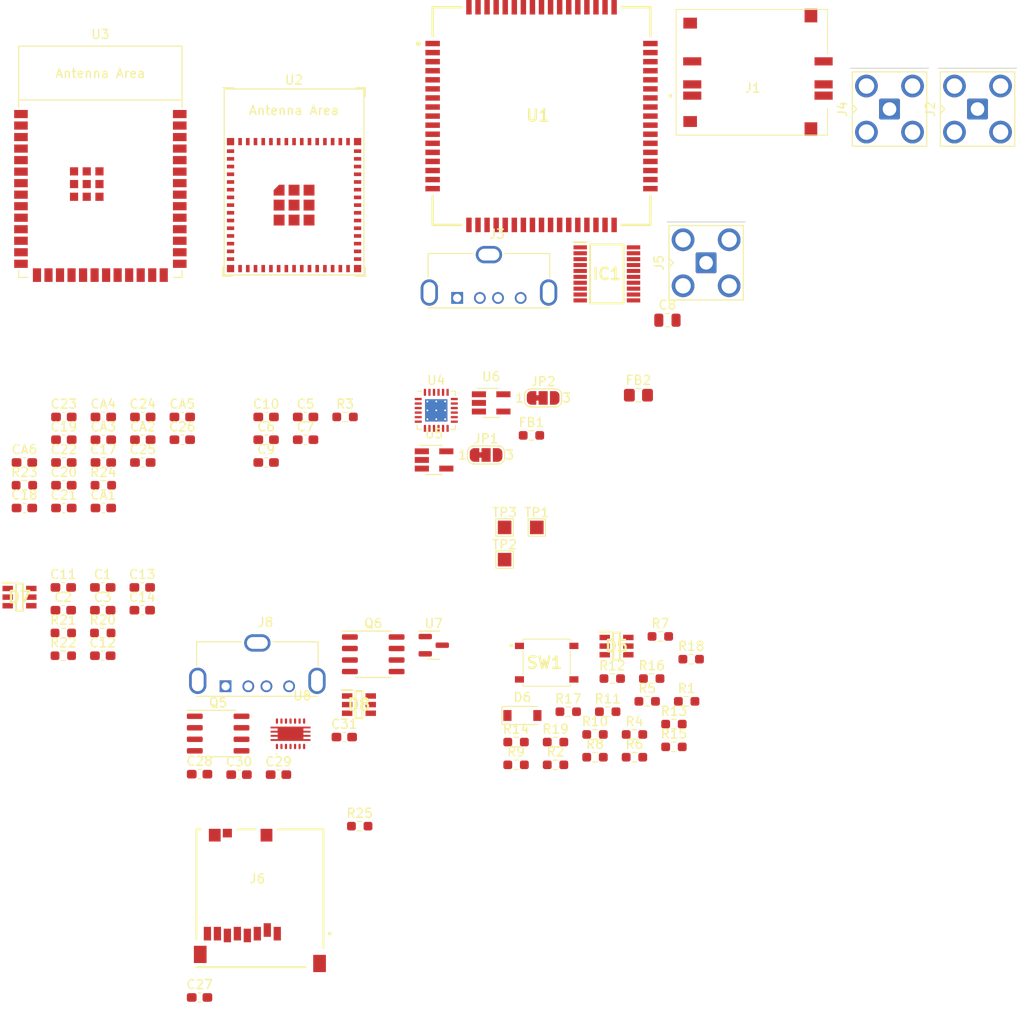
<source format=kicad_pcb>
(kicad_pcb (version 20211014) (generator pcbnew)
  (layers (0 "F.Cu" signal) (31 "B.Cu" signal) (34 "B.Paste" user) (35 "F.Paste" user) (36 "B.SilkS" user "B.Silkscreen") (37 "F.SilkS" user "F.Silkscreen") (38 "B.Mask" user) (39 "F.Mask" user) (44 "Edge.Cuts" user))
  (net 0 "")
  (net 2 "Net-(C2-Pad1)")
  (net 7 "Net-(C12-Pad1)")
  (net 10 "+3V3")
  (net 12 "/Audio capture/SDA")
  (net 13 "/Audio capture/SCL")
  (net 14 "/GSM+GPS/SDA_INT")
  (net 15 "Net-(D5-Pad1)")
  (net 16 "Net-(D5-Pad3)")
  (net 18 "Net-(D5-Pad6)")
  (net 19 "/GSM+GPS/SCL_INT")
  (net 21 "/GSM+GPS/STAT_INT")
  (net 22 "/GSM+GPS/5V-DIY")
  (net 23 "/GSM+GPS/RI")
  (net 24 "GND")
  (net 25 "/GSM+GPS/DCD")
  (net 26 "Net-(C3-Pad1)")
  (net 27 "/GSM+GPS/CTS")
  (net 28 "D-")
  (net 29 "D+")
  (net 31 "+1V8")
  (net 32 "/GSM+GPS/RTS")
  (net 33 "/GSM+GPS/RX")
  (net 34 "/GSM+GPS/TX")
  (net 35 "/GSM+GPS/RESET")
  (net 36 "D2-")
  (net 37 "D2+")
  (net 38 "/GSM+GPS/RESET_INT")
  (net 39 "+3V8")
  (net 58 "/GSM+GPS/TX_INT")
  (net 59 "/GSM+GPS/RX_INT")
  (net 61 "/GSM+GPS/RTS_INT")
  (net 62 "/GSM+GPS/CTS_INT")
  (net 63 "/GSM+GPS/DCD_INT")
  (net 64 "/GSM+GPS/RI_INT")
  (net 65 "/GSM+GPS/DTR_INT")
  (net 68 "VBUS")
  (net 69 "Net-(F3-Pad1)")
  (net 72 "/GSM+GPS/5V-in2")
  (net 73 "Net-(C10-Pad1)")
  (net 74 "+3.3VA")
  (net 75 "Net-(JP1-Pad2)")
  (net 76 "Net-(JP2-Pad2)")
  (net 78 "/MCU+WIFI+BT/DATA2")
  (net 79 "Net-(C11-Pad1)")
  (net 80 "Net-(C13-Pad1)")
  (net 83 "/MCU+WIFI+BT/DATA3{slash}CS")
  (net 92 "/MCU+WIFI+BT/CMD")
  (net 111 "/MCU+WIFI+BT/SCLK")
  (net 175 "/Audio capture/SCK")
  (net 176 "/Audio capture/WS")
  (net 177 "/Audio capture/SD")
  (net 178 "/Audio capture/RESET_AUDIO")
  (net 179 "Net-(C14-Pad1)")
  (net 180 "Net-(CA3-Pad2)")
  (net 183 "Net-(CA4-Pad2)")
  (net 187 "1V8A")
  (net 188 "/Audio capture/12MHz")
  (net 191 "/MCU+WIFI+BT/DATA0")
  (net 192 "/MCU+WIFI+BT/DATA1")
  (net 193 "/MCU+WIFI+BT/CARD_DET")
  (net 195 "Net-(CA1-Pad1)")
  (net 196 "Net-(C19-Pad1)")
  (net 197 "Net-(CA4-Pad1)")
  (net 198 "Net-(CA2-Pad1)")
  (net 199 "/GSM+GPS/ENABLE")
  (net 200 "Net-(Q1-Pad2)")
  (net 201 "Net-(CA5-Pad1)")
  (net 203 "Net-(Q5-Pad2)")
  (net 204 "Net-(F1-Pad2)")
  (net 205 "Net-(Q5-Pad4)")
  (net 206 "Net-(Q5-Pad5)")
  (net 208 "Net-(Q6-Pad2)")
  (net 209 "Net-(F2-Pad2)")
  (net 210 "Net-(Q6-Pad4)")
  (net 211 "Net-(Q6-Pad5)")
  (net 212 "Net-(Q2-Pad2)")
  (net 213 "Net-(Q2-Pad5)")
  (net 214 "Net-(Q3-Pad3)")
  (net 215 "Net-(D1-Pad1)")
  (net 216 "Net-(Q3-Pad6)")
  (net 217 "Net-(D2-Pad1)")
  (net 218 "Net-(Q3-Pad5)")
  (net 219 "/GSM+GPS/NETLIGHT")
  (net 220 "Net-(Q3-Pad2)")
  (net 221 "/GSM+GPS/RF_SYNC")
  (net 222 "Net-(Q1-Pad5)")
  (net 223 "Net-(Q4-Pad6)")
  (net 224 "Net-(D3-Pad1)")
  (net 225 "Net-(Q4-Pad2)")
  (net 226 "/GSM+GPS/IPPS")
  (net 227 "Net-(Q4-Pad3)")
  (net 228 "Net-(D4-Pad1)")
  (net 229 "Net-(Q4-Pad5)")
  (net 230 "Net-(R23-Pad2)")
  (net 231 "/GSM+GPS/PRWKEY")
  (net 232 "+VDC")
  (net 234 "Net-(L1-Pad2)")
  (net 235 "Net-(L1-Pad1)")
  (net 236 "Net-(R33-Pad2)")
  (footprint "Capacitor_SMD:C_0603_1608Metric_Pad1.08x0.95mm_HandSolder" (layer "F.Cu") (at 114.014 98.806)
    (fp_text reference "C10" (at 0 -1.43) (layer "F.SilkS"))
    (fp_text value "10u")
    (pad "1" smd roundrect (at -0.8625 0) (size 1.075 0.95) (layers "F.Cu" "F.Paste" "F.Mask") (net 73 "Net-(C10-Pad1)"))
    (pad "2" smd roundrect (at 0.8625 0) (size 1.075 0.95) (layers "F.Cu" "F.Paste" "F.Mask") (net 24 "GND"))
  )
  (footprint "Capacitor_SMD:C_0603_1608Metric_Pad1.08x0.95mm_HandSolder" (layer "F.Cu") (at 122.63 134.104)
    (fp_text reference "C31" (at 0 -1.43) (layer "F.SilkS"))
    (fp_text value "22u")
    (pad "1" smd roundrect (at -0.8625 0) (size 1.075 0.95) (layers "F.Cu" "F.Paste" "F.Mask"))
    (pad "2" smd roundrect (at 0.8625 0) (size 1.075 0.95) (layers "F.Cu" "F.Paste" "F.Mask"))
  )
  (footprint "Capacitor_SMD:C_0603_1608Metric_Pad1.08x0.95mm_HandSolder" (layer "F.Cu") (at 87.374 103.826)
    (fp_text reference "CA6" (at 0 -1.43) (layer "F.SilkS"))
    (fp_text value "1u")
    (pad "1" smd roundrect (at -0.8625 0) (size 1.075 0.95) (layers "F.Cu" "F.Paste" "F.Mask") (net 201 "Net-(CA5-Pad1)"))
    (pad "2" smd roundrect (at 0.8625 0) (size 1.075 0.95) (layers "F.Cu" "F.Paste" "F.Mask") (net 24 "GND"))
  )
  (footprint "Resistor_SMD:R_0603_1608Metric_Pad0.98x0.95mm_HandSolder" (layer "F.Cu") (at 156.51 127.654)
    (fp_text reference "R16" (at 0 -1.43) (layer "F.SilkS"))
    (fp_text value "100k")
    (pad "1" smd roundrect (at -0.9125 0) (size 0.975 0.95) (layers "F.Cu" "F.Paste" "F.Mask") (net 24 "GND"))
    (pad "2" smd roundrect (at 0.9125 0) (size 0.975 0.95) (layers "F.Cu" "F.Paste" "F.Mask") (net 226 "/GSM+GPS/IPPS"))
  )
  (footprint "Package_TO_SOT_SMD:SOT-23" (layer "F.Cu") (at 132.49 123.974)
    (fp_text reference "U7" (at 0 -2.4) (layer "F.SilkS"))
    (fp_text value "APX810S05")
    (pad "1" smd roundrect (at -0.9375 -0.95) (size 1.475 0.6) (layers "F.Cu" "F.Paste" "F.Mask") (net 205 "Net-(Q5-Pad4)"))
    (pad "2" smd roundrect (at -0.9375 0.95) (size 1.475 0.6) (layers "F.Cu" "F.Paste" "F.Mask") (net 24 "GND"))
    (pad "3" smd roundrect (at 0.9375 0) (size 1.475 0.6) (layers "F.Cu" "F.Paste" "F.Mask") (net 204 "Net-(F1-Pad2)"))
  )
  (footprint "Resistor_SMD:R_0603_1608Metric_Pad0.98x0.95mm_HandSolder" (layer "F.Cu") (at 158.96 135.184)
    (fp_text reference "R15" (at 0 -1.43) (layer "F.SilkS"))
    (fp_text value "100")
    (pad "1" smd roundrect (at -0.9125 0) (size 0.975 0.95) (layers "F.Cu" "F.Paste" "F.Mask") (net 225 "Net-(Q4-Pad2)"))
    (pad "2" smd roundrect (at 0.9125 0) (size 0.975 0.95) (layers "F.Cu" "F.Paste" "F.Mask") (net 226 "/GSM+GPS/IPPS"))
  )
  (footprint "Jumper:SolderJumper-3_P1.3mm_Bridged12_RoundedPad1.0x1.5mm_NumberLabels" (layer "F.Cu") (at 138.256 102.998)
    (fp_text reference "JP1" (at 0 -1.8) (layer "F.SilkS"))
    (fp_text value "ADR1")
    (fp_text user "1" (at -2.6 0) (layer "F.SilkS"))
    (fp_text user "3" (at 2.6 0) (layer "F.SilkS"))
    (fp_poly (pts (xy -0.9 -0.3) (xy -0.4 -0.3) (xy -0.4 0.3) (xy -0.9 0.3)) (layer "F.Cu") (width 0) (fill solid))
    (pad "1" smd custom (at -1.3 0) (size 1 0.5) (layers "F.Cu" "F.Mask") (net 74 "+3.3VA") (options (clearance outline) (anchor rect)) (primitives (gr_poly (pts (xy 0.55 0.75) (xy 0 0.75) (xy 0 -0.75) (xy 0.55 -0.75)) (width 0) (fill yes)) (gr_circle (center 0 0.25) (end 0.5 0.25) (width 0) (fill yes)) (gr_circle (center 0 -0.25) (end 0.5 -0.25) (width 0) (fill yes))))
    (pad "2" smd rect (at 0 0) (size 1 1.5) (layers "F.Cu" "F.Mask") (net 75 "Net-(JP1-Pad2)"))
    (pad "3" smd custom (at 1.3 0) (size 1 0.5) (layers "F.Cu" "F.Mask") (net 24 "GND") (options (clearance outline) (anchor rect)) (primitives (gr_circle (center 0 0.25) (end 0.5 0.25) (width 0) (fill yes)) (gr_circle (center 0 -0.25) (end 0.5 -0.25) (width 0) (fill yes)) (gr_poly (pts (xy 0 0.75) (xy -0.55 0.75) (xy -0.55 -0.75) (xy 0 -0.75)) (width 0) (fill yes))))
  )
  (footprint "TestPoint:TestPoint_Pad_1.5x1.5mm" (layer "F.Cu") (at 140.296 114.538)
    (fp_text reference "TP2" (at 0 -1.648) (layer "F.SilkS"))
    (fp_text value "TestPoint")
    (pad "1" smd rect (at 0 0) (size 1.5 1.5) (layers "F.Cu" "F.Mask") (net 38 "/GSM+GPS/RESET_INT"))
  )
  (footprint "Resistor_SMD:R_0603_1608Metric_Pad0.98x0.95mm_HandSolder" (layer "F.Cu") (at 147.31 131.304)
    (fp_text reference "R17" (at 0 -1.43) (layer "F.SilkS"))
    (fp_text value "X")
    (pad "1" smd roundrect (at -0.9125 0) (size 0.975 0.95) (layers "F.Cu" "F.Paste" "F.Mask") (net 227 "Net-(Q4-Pad3)"))
    (pad "2" smd roundrect (at 0.9125 0) (size 0.975 0.95) (layers "F.Cu" "F.Paste" "F.Mask") (net 228 "Net-(D4-Pad1)"))
  )
  (footprint "Capacitor_SMD:C_0603_1608Metric_Pad1.08x0.95mm_HandSolder" (layer "F.Cu") (at 91.724 106.336)
    (fp_text reference "C20" (at 0 -1.43) (layer "F.SilkS"))
    (fp_text value "1u")
    (pad "1" smd roundrect (at -0.8625 0) (size 1.075 0.95) (layers "F.Cu" "F.Paste" "F.Mask") (net 74 "+3.3VA"))
    (pad "2" smd roundrect (at 0.8625 0) (size 1.075 0.95) (layers "F.Cu" "F.Paste" "F.Mask") (net 24 "GND"))
  )
  (footprint "SamacSys_Parts:SOT95P285X140-6N" (layer "F.Cu") (at 86.837 118.672)
    (fp_text reference "D7" (at 0 0) (layer "F.SilkS") (effects (font (size 1.27 1.27) (thickness 0.254))))
    (fp_text value "D5V0P4UR6SO-7" hide)
    (pad "1" smd rect locked (at -1.3 -0.95 90) (size 0.6 1.15) (layers "F.Cu" "F.Paste" "F.Mask") (net 36 "D2-"))
    (pad "2" smd rect locked (at -1.3 0 90) (size 0.6 1.15) (layers "F.Cu" "F.Paste" "F.Mask") (net 24 "GND"))
    (pad "3" smd rect locked (at -1.3 0.95 90) (size 0.6 1.15) (layers "F.Cu" "F.Paste" "F.Mask"))
    (pad "4" smd rect locked (at 1.3 0.95 90) (size 0.6 1.15) (layers "F.Cu" "F.Paste" "F.Mask"))
    (pad "5" smd rect locked (at 1.3 0 90) (size 0.6 1.15) (layers "F.Cu" "F.Paste" "F.Mask") (net 72 "/GSM+GPS/5V-in2"))
    (pad "6" smd rect locked (at 1.3 -0.95 90) (size 0.6 1.15) (layers "F.Cu" "F.Paste" "F.Mask") (net 36 "D2-"))
  )
  (footprint "Capacitor_SMD:C_0603_1608Metric_Pad1.08x0.95mm_HandSolder" (layer "F.Cu") (at 91.724 103.826)
    (fp_text reference "C22" (at 0 -1.43) (layer "F.SilkS"))
    (fp_text value "1u")
    (pad "1" smd roundrect (at -0.8625 0) (size 1.075 0.95) (layers "F.Cu" "F.Paste" "F.Mask") (net 187 "1V8A"))
    (pad "2" smd roundrect (at 0.8625 0) (size 1.075 0.95) (layers "F.Cu" "F.Paste" "F.Mask") (net 24 "GND"))
  )
  (footprint "Resistor_SMD:R_0603_1608Metric_Pad0.98x0.95mm_HandSolder" (layer "F.Cu") (at 96.074 106.336)
    (fp_text reference "R24" (at 0 -1.43) (layer "F.SilkS"))
    (fp_text value "2k")
    (pad "1" smd roundrect (at -0.9125 0) (size 0.975 0.95) (layers "F.Cu" "F.Paste" "F.Mask") (net 230 "Net-(R23-Pad2)"))
    (pad "2" smd roundrect (at 0.9125 0) (size 0.975 0.95) (layers "F.Cu" "F.Paste" "F.Mask") (net 183 "Net-(CA4-Pad2)"))
  )
  (footprint "Package_SO:SO-8_3.9x4.9mm_P1.27mm" (layer "F.Cu") (at 125.82 124.974)
    (fp_text reference "Q6" (at 0 -3.4) (layer "F.SilkS"))
    (fp_text value "DMP2040USD")
    (pad "1" smd roundrect (at -2.575 -1.905) (size 1.75 0.6) (layers "F.Cu" "F.Paste" "F.Mask"))
    (pad "2" smd roundrect (at -2.575 -0.635) (size 1.75 0.6) (layers "F.Cu" "F.Paste" "F.Mask") (net 208 "Net-(Q6-Pad2)"))
    (pad "3" smd roundrect (at -2.575 0.635) (size 1.75 0.6) (layers "F.Cu" "F.Paste" "F.Mask") (net 209 "Net-(F2-Pad2)"))
    (pad "4" smd roundrect (at -2.575 1.905) (size 1.75 0.6) (layers "F.Cu" "F.Paste" "F.Mask") (net 210 "Net-(Q6-Pad4)"))
    (pad "5" smd roundrect (at 2.575 1.905) (size 1.75 0.6) (layers "F.Cu" "F.Paste" "F.Mask") (net 211 "Net-(Q6-Pad5)"))
    (pad "6" smd roundrect (at 2.575 0.635) (size 1.75 0.6) (layers "F.Cu" "F.Paste" "F.Mask") (net 211 "Net-(Q6-Pad5)"))
    (pad "7" smd roundrect (at 2.575 -0.635) (size 1.75 0.6) (layers "F.Cu" "F.Paste" "F.Mask") (net 211 "Net-(Q6-Pad5)"))
    (pad "8" smd roundrect (at 2.575 -1.905) (size 1.75 0.6) (layers "F.Cu" "F.Paste" "F.Mask") (net 211 "Net-(Q6-Pad5)"))
  )
  (footprint "Capacitor_SMD:C_0603_1608Metric_Pad1.08x0.95mm_HandSolder" (layer "F.Cu") (at 96.074 98.806)
    (fp_text reference "CA4" (at 0 -1.43) (layer "F.SilkS"))
    (fp_text value "1u")
    (pad "1" smd roundrect (at -0.8625 0) (size 1.075 0.95) (layers "F.Cu" "F.Paste" "F.Mask") (net 197 "Net-(CA4-Pad1)"))
    (pad "2" smd roundrect (at 0.8625 0) (size 1.075 0.95) (layers "F.Cu" "F.Paste" "F.Mask") (net 183 "Net-(CA4-Pad2)"))
  )
  (footprint "Resistor_SMD:R_0603_1608Metric_Pad0.98x0.95mm_HandSolder" (layer "F.Cu") (at 151.66 131.304)
    (fp_text reference "R11" (at 0 -1.43) (layer "F.SilkS"))
    (fp_text value "100k")
    (pad "1" smd roundrect (at -0.9125 0) (size 0.975 0.95) (layers "F.Cu" "F.Paste" "F.Mask") (net 24 "GND"))
    (pad "2" smd roundrect (at 0.9125 0) (size 0.975 0.95) (layers "F.Cu" "F.Paste" "F.Mask") (net 219 "/GSM+GPS/NETLIGHT"))
  )
  (footprint "Capacitor_SMD:C_0603_1608Metric_Pad1.08x0.95mm_HandSolder" (layer "F.Cu") (at 111.03 138.244)
    (fp_text reference "C30" (at 0 -1.43) (layer "F.SilkS"))
    (fp_text value "22u")
    (pad "1" smd roundrect (at -0.8625 0) (size 1.075 0.95) (layers "F.Cu" "F.Paste" "F.Mask"))
    (pad "2" smd roundrect (at 0.8625 0) (size 1.075 0.95) (layers "F.Cu" "F.Paste" "F.Mask"))
  )
  (footprint "Capacitor_SMD:C_0603_1608Metric_Pad1.08x0.95mm_HandSolder" (layer "F.Cu") (at 118.364 101.316)
    (fp_text reference "C7" (at 0 -1.43) (layer "F.SilkS"))
    (fp_text value "33p")
    (pad "1" smd roundrect (at -0.8625 0) (size 1.075 0.95) (layers "F.Cu" "F.Paste" "F.Mask") (net 39 "+3V8"))
    (pad "2" smd roundrect (at 0.8625 0) (size 1.075 0.95) (layers "F.Cu" "F.Paste" "F.Mask") (net 24 "GND"))
  )
  (footprint "Capacitor_SMD:C_0603_1608Metric_Pad1.08x0.95mm_HandSolder" (layer "F.Cu") (at 118.364 98.806)
    (fp_text reference "C5" (at 0 -1.43) (layer "F.SilkS"))
    (fp_text value "10u")
    (pad "1" smd roundrect (at -0.8625 0) (size 1.075 0.95) (layers "F.Cu" "F.Paste" "F.Mask") (net 39 "+3V8"))
    (pad "2" smd roundrect (at 0.8625 0) (size 1.075 0.95) (layers "F.Cu" "F.Paste" "F.Mask") (net 24 "GND"))
  )
  (footprint "SamacSys_Parts:PTS526SK15SMTR2LFS" (layer "F.Cu") (at 144.935 125.899)
    (fp_text reference "SW1" (at -0.25 0) (layer "F.SilkS") (effects (font (size 1.27 1.27) (thickness 0.254))))
    (fp_text value "SW_SPST" hide)
    (pad "1" smd rect (at 3 -1.85 90) (size 0.7 1) (layers "F.Cu" "F.Paste" "F.Mask") (net 24 "GND"))
    (pad "1" smd rect (at -3 -1.85 90) (size 0.7 1) (layers "F.Cu" "F.Paste" "F.Mask") (net 24 "GND"))
    (pad "2" smd rect (at 3 1.85 90) (size 0.7 1) (layers "F.Cu" "F.Paste" "F.Mask") (net 35 "/GSM+GPS/RESET"))
    (pad "2" smd rect (at -3 1.85 90) (size 0.7 1) (layers "F.Cu" "F.Paste" "F.Mask") (net 35 "/GSM+GPS/RESET"))
  )
  (footprint "Capacitor_SMD:C_0603_1608Metric_Pad1.08x0.95mm_HandSolder" (layer "F.Cu") (at 96.012 125.132)
    (fp_text reference "C12" (at 0 -1.43) (layer "F.SilkS"))
    (fp_text value "DNP")
    (pad "1" smd roundrect (at -0.8625 0) (size 1.075 0.95) (layers "F.Cu" "F.Paste" "F.Mask") (net 7 "Net-(C12-Pad1)"))
    (pad "2" smd roundrect (at 0.8625 0) (size 1.075 0.95) (layers "F.Cu" "F.Paste" "F.Mask") (net 24 "GND"))
  )
  (footprint "Connector_USB:USB_A_Molex_105057_Vertical" (layer "F.Cu") (at 109.55 128.504)
    (fp_text reference "J8" (at 4.4 -7.05) (layer "F.SilkS"))
    (fp_text value "USB_A")
    (pad "1" thru_hole rect (at 0 0) (size 1.3 1.3) (drill 0.9) (layers *.Cu *.Mask) (net 68 "VBUS"))
    (pad "2" thru_hole circle (at 2.5 0) (size 1.3 1.3) (drill 0.9) (layers *.Cu *.Mask) (net 28 "D-"))
    (pad "3" thru_hole circle (at 4.5 0) (size 1.3 1.3) (drill 0.9) (layers *.Cu *.Mask) (net 29 "D+"))
    (pad "4" thru_hole circle (at 7 0) (size 1.3 1.3) (drill 0.9) (layers *.Cu *.Mask) (net 24 "GND"))
    (pad "5" thru_hole oval (at -3.07 -0.6 180) (size 1.9 2.9) (drill oval 1.3 2.3) (layers *.Cu *.Mask))
    (pad "5" thru_hole oval (at 3.5 -4.78 90) (size 1.9 2.9) (drill oval 1.3 2.3) (layers *.Cu *.Mask))
    (pad "5" thru_hole oval (at 10.07 -0.6) (size 1.9 2.9) (drill oval 1.3 2.3) (layers *.Cu *.Mask))
  )
  (footprint "Package_TO_SOT_SMD:SOT-23-5_HandSoldering" (layer "F.Cu") (at 132.526 103.548)
    (fp_text reference "U5" (at 0 -2.9) (layer "F.SilkS"))
    (fp_text value "MIC5317")
    (pad "1" smd rect (at -1.35 -0.95) (size 1.56 0.65) (layers "F.Cu" "F.Paste" "F.Mask") (net 196 "Net-(C19-Pad1)"))
    (pad "2" smd rect (at -1.35 0) (size 1.56 0.65) (layers "F.Cu" "F.Paste" "F.Mask") (net 24 "GND"))
    (pad "3" smd rect (at -1.35 0.95) (size 1.56 0.65) (layers "F.Cu" "F.Paste" "F.Mask") (net 196 "Net-(C19-Pad1)"))
    (pad "4" smd rect (at 1.35 0.95) (size 1.56 0.65) (layers "F.Cu" "F.Paste" "F.Mask"))
    (pad "5" smd rect (at 1.35 -0.95) (size 1.56 0.65) (layers "F.Cu" "F.Paste" "F.Mask") (net 74 "+3.3VA"))
  )
  (footprint "TestPoint:TestPoint_Pad_1.5x1.5mm" (layer "F.Cu") (at 143.846 110.988)
    (fp_text reference "TP1" (at 0 -1.648) (layer "F.SilkS"))
    (fp_text value "TestPoint")
    (pad "1" smd rect (at 0 0) (size 1.5 1.5) (layers "F.Cu" "F.Mask"))
  )
  (footprint "Package_DFN_QFN:VQFN-24-1EP_4x4mm_P0.5mm_EP2.45x2.45mm_ThermalVias" (layer "F.Cu") (at 132.766 98.078)
    (fp_text reference "U4" (at 0 -3.32) (layer "F.SilkS"))
    (fp_text value "TLV320ADC3100")
    (pad "1" smd roundrect (at -1.9875 -1.25) (size 0.775 0.25) (layers "F.Cu" "F.Paste" "F.Mask") (net 175 "/Audio capture/SCK"))
    (pad "2" smd roundrect (at -1.9875 -0.75) (size 0.775 0.25) (layers "F.Cu" "F.Paste" "F.Mask") (net 176 "/Audio capture/WS"))
    (pad "3" smd roundrect (at -1.9875 -0.25) (size 0.775 0.25) (layers "F.Cu" "F.Paste" "F.Mask") (net 177 "/Audio capture/SD"))
    (pad "4" smd roundrect (at -1.9875 0.25) (size 0.775 0.25) (layers "F.Cu" "F.Paste" "F.Mask") (net 178 "/Audio capture/RESET_AUDIO"))
    (pad "5" smd roundrect (at -1.9875 0.75) (size 0.775 0.25) (layers "F.Cu" "F.Paste" "F.Mask") (net 230 "Net-(R23-Pad2)"))
    (pad "6" smd roundrect (at -1.9875 1.25) (size 0.775 0.25) (layers "F.Cu" "F.Paste" "F.Mask") (net 24 "GND"))
    (pad "7" smd roundrect (at -1.25 1.9875) (size 0.25 0.775) (layers "F.Cu" "F.Paste" "F.Mask") (net 180 "Net-(CA3-Pad2)"))
    (pad "8" smd roundrect (at -0.75 1.9875) (size 0.25 0.775) (layers "F.Cu" "F.Paste" "F.Mask"))
    (pad "9" smd roundrect (at -0.25 1.9875) (size 0.25 0.775) (layers "F.Cu" "F.Paste" "F.Mask") (net 24 "GND"))
    (pad "10" smd roundrect (at 0.25 1.9875) (size 0.25 0.775) (layers "F.Cu" "F.Paste" "F.Mask") (net 74 "+3.3VA"))
    (pad "11" smd roundrect (at 0.75 1.9875) (size 0.25 0.775) (layers "F.Cu" "F.Paste" "F.Mask"))
    (pad "12" smd roundrect (at 1.25 1.9875) (size 0.25 0.775) (layers "F.Cu" "F.Paste" "F.Mask") (net 183 "Net-(CA4-Pad2)"))
    (pad "13" smd roundrect (at 1.9875 1.25) (size 0.775 0.25) (layers "F.Cu" "F.Paste" "F.Mask") (net 24 "GND"))
    (pad "14" smd roundrect (at 1.9875 0.75) (size 0.775 0.25) (layers "F.Cu" "F.Paste" "F.Mask"))
    (pad "15" smd roundrect (at 1.9875 0.25) (size 0.775 0.25) (layers "F.Cu" "F.Paste" "F.Mask") (net 76 "Net-(JP2-Pad2)"))
    (pad "16" smd roundrect (at 1.9875 -0.25) (size 0.775 0.25) (layers "F.Cu" "F.Paste" "F.Mask") (net 75 "Net-(JP1-Pad2)"))
    (pad "17" smd roundrect (at 1.9875 -0.75) (size 0.775 0.25) (layers "F.Cu" "F.Paste" "F.Mask") (net 13 "/Audio capture/SCL"))
    (pad "18" smd roundrect (at 1.9875 -1.25) (size 0.775 0.25) (layers "F.Cu" "F.Paste" "F.Mask") (net 12 "/Audio capture/SDA"))
    (pad "19" smd roundrect (at 1.25 -1.9875) (size 0.25 0.775) (layers "F.Cu" "F.Paste" "F.Mask"))
    (pad "20" smd roundrect (at 0.75 -1.9875) (size 0.25 0.775) (layers "F.Cu" "F.Paste" "F.Mask"))
    (pad "21" smd roundrect (at 0.25 -1.9875) (size 0.25 0.775) (layers "F.Cu" "F.Paste" "F.Mask") (net 74 "+3.3VA"))
    (pad "22" smd roundrect (at -0.25 -1.9875) (size 0.25 0.775) (layers "F.Cu" "F.Paste" "F.Mask") (net 187 "1V8A"))
    (pad "23" smd roundrect (at -0.75 -1.9875) (size 0.25 0.775) (layers "F.Cu" "F.Paste" "F.Mask") (net 24 "GND"))
    (pad "24" smd roundrect (at -1.25 -1.9875) (size 0.25 0.775) (layers "F.Cu" "F.Paste" "F.Mask") (net 188 "/Audio capture/12MHz"))
    (pad "25" thru_hole circle (at -0.975 0) (size 0.5 0.5) (drill 0.2) (layers *.Cu))
    (pad "25" thru_hole circle (at 0.975 -0.975) (size 0.5 0.5) (drill 0.2) (layers *.Cu))
    (pad "25" thru_hole circle (at 0.975 0.975) (size 0.5 0.5) (drill 0.2) (layers *.Cu))
    (pad "25" thru_hole circle (at 0 0) (size 0.5 0.5) (drill 0.2) (layers *.Cu))
    (pad "25" thru_hole circle (at 0 0.975) (size 0.5 0.5) (drill 0.2) (layers *.Cu))
    (pad "25" smd rect (at 0 0) (size 2.45 2.45) (layers "F.Cu" "F.Mask"))
    (pad "25" thru_hole circle (at -0.975 -0.975) (size 0.5 0.5) (drill 0.2) (layers *.Cu))
    (pad "25" thru_hole circle (at -0.975 0.975) (size 0.5 0.5) (drill 0.2) (layers *.Cu))
    (pad "25" smd rect (at 0 0) (size 2.45 2.45) (layers "B.Cu"))
    (pad "25" thru_hole circle (at 0.975 0) (size 0.5 0.5) (drill 0.2) (layers *.Cu))
    (pad "25" thru_hole circle (at 0 -0.975) (size 0.5 0.5) (drill 0.2) (layers *.Cu))
  )
  (footprint "Z_mycustom_footprint_lib:TPS63020" (layer "F.Cu") (at 116.505 133.539)
    (fp_text reference "U8" (at 1.5 -4 unlocked) (layer "F.SilkS"))
    (fp_text value "TPS63020DSJR")
    (pad "1" smd oval (at -1.3 1.6) (size 0.24 0.6) (layers "F.Cu" "F.Paste" "F.Mask") (net 232 "+VDC"))
    (pad "2" smd rect (at -1.613 -0.03 90) (size 0.2 0.775) (layers "F.Cu" "F.Paste" "F.Mask") (net 24 "GND"))
    (pad "2" smd rect (at -1.613 0.43 90) (size 0.2 0.775) (layers "F.Cu" "F.Paste" "F.Mask") (net 24 "GND"))
    (pad "2" smd rect (at 2.013 -0.49 90) (size 0.2 0.775) (layers "F.Cu" "F.Paste" "F.Mask") (net 24 "GND"))
    (pad "2" smd rect (at 2.013 0.43 90) (size 0.2 0.775) (layers "F.Cu" "F.Paste" "F.Mask") (net 24 "GND"))
    (pad "2" smd rect (at -1.613 0.89 90) (size 0.2 0.775) (layers "F.Cu" "F.Paste" "F.Mask") (net 24 "GND"))
    (pad "2" smd rect (at 0.2 0.2 90) (size 1.58 2.85) (layers "F.Cu" "F.Paste" "F.Mask") (net 24 "GND"))
    (pad "2" smd oval (at -0.8 1.6) (size 0.24 0.6) (layers "F.Cu" "F.Paste" "F.Mask") (net 24 "GND"))
    (pad "2" smd rect (at 2.013 -0.03 90) (size 0.2 0.775) (layers "F.Cu" "F.Paste" "F.Mask") (net 24 "GND"))
    (pad "2" smd rect (at 2.013 0.89 90) (size 0.2 0.775) (layers "F.Cu" "F.Paste" "F.Mask") (net 24 "GND"))
    (pad "2" smd rect (at -1.613 -0.49 90) (size 0.2 0.775) (layers "F.Cu" "F.Paste" "F.Mask") (net 24 "GND"))
    (pad "3" smd oval (at -0.3 1.6) (size 0.24 0.6) (layers "F.Cu" "F.Paste" "F.Mask"))
    (pad "4" smd oval (at 0.2 1.6) (size 0.24 0.6) (layers "F.Cu" "F.Paste" "F.Mask") (net 39 "+3V8"))
    (pad "5" smd oval (at 0.7 1.6) (size 0.24 0.6) (layers "F.Cu" "F.Paste" "F.Mask") (net 39 "+3V8"))
    (pad "6" smd oval (at 1.2 1.6) (size 0.24 0.6) (layers "F.Cu" "F.Paste" "F.Mask") (net 234 "Net-(L1-Pad2)"))
    (pad "7" smd oval (at 1.7 1.6) (size 0.24 0.6) (layers "F.Cu" "F.Paste" "F.Mask") (net 234 "Net-(L1-Pad2)"))
    (pad "8" smd oval (at 1.7 -1.2) (size 0.24 0.6) (layers "F.Cu" "F.Paste" "F.Mask") (net 235 "Net-(L1-Pad1)"))
    (pad "9" smd oval (at 1.2 -1.2) (size 0.24 0.6) (layers "F.Cu" "F.Paste" "F.Mask") (net 235 "Net-(L1-Pad1)"))
    (pad "10" smd oval (at 0.7 -1.2) (size 0.24 0.6) (layers "F.Cu" "F.Paste" "F.Mask") (net 232 "+VDC"))
    (pad "11" smd oval (at 0.2 -1.2) (size 0.24 0.6) (layers "F.Cu" "F.Paste" "F.Mask") (net 232 "+VDC"))
    (pad "12" smd oval (at -0.3 -1.2) (size 0.24 0.6) (layers "F.Cu" "F.Paste" "F.Mask") (net 232 "+VDC"))
    (pad "13" smd oval (at -0.8 -1.2) (size 0.24 0.6) (layers "F.Cu" "F.Paste" "F.Mask") (net 221 "/GSM+GPS/RF_SYNC"))
    (pad "14" smd oval (at -1.3 -1.2) (size 0.24 0.6) (layers "F.Cu" "F.Paste" "F.Mask") (net 236 "Net-(R33-Pad2)"))
  )
  (footprint "Capacitor_SMD:C_0603_1608Metric_Pad1.08x0.95mm_HandSolder" (layer "F.Cu") (at 91.724 108.846)
    (fp_text reference "C21" (at 0 -1.43) (layer "F.SilkS"))
    (fp_text value "100n")
    (pad "1" smd roundrect (at -0.8625 0) (size 1.075 0.95) (layers "F.Cu" "F.Paste" "F.Mask") (net 187 "1V8A"))
    (pad "2" smd roundrect (at 0.8625 0) (size 1.075 0.95) (layers "F.Cu" "F.Paste" "F.Mask") (net 24 "GND"))
  )
  (footprint "SamacSys_Parts:SOT95P285X140-6N" (layer "F.Cu") (at 124.245 130.524)
    (fp_text reference "D8" (at 0 0) (layer "F.SilkS") (effects (font (size 1.27 1.27) (thickness 0.254))))
    (fp_text value "D5V0P4UR6SO-7" hide)
    (pad "1" smd rect locked (at -1.3 -0.95 90) (size 0.6 1.15) (layers "F.Cu" "F.Paste" "F.Mask"))
    (pad "2" smd rect locked (at -1.3 0 90) (size 0.6 1.15) (layers "F.Cu" "F.Paste" "F.Mask") (net 24 "GND"))
    (pad "3" smd rect locked (at -1.3 0.95 90) (size 0.6 1.15) (layers "F.Cu" "F.Paste" "F.Mask"))
    (pad "4" smd rect locked (at 1.3 0.95 90) (size 0.6 1.15) (layers "F.Cu" "F.Paste" "F.Mask") (net 28 "D-"))
    (pad "5" smd rect locked (at 1.3 0 90) (size 0.6 1.15) (layers "F.Cu" "F.Paste" "F.Mask") (net 68 "VBUS"))
    (pad "6" smd rect locked (at 1.3 -0.95 90) (size 0.6 1.15) (layers "F.Cu" "F.Paste" "F.Mask") (net 29 "D+"))
  )
  (footprint "Capacitor_SMD:C_0603_1608Metric_Pad1.08x0.95mm_HandSolder" (layer "F.Cu") (at 115.38 138.244)
    (fp_text reference "C29" (at 0 -1.43) (layer "F.SilkS"))
    (fp_text value "22u")
    (pad "1" smd roundrect (at -0.8625 0) (size 1.075 0.95) (layers "F.Cu" "F.Paste" "F.Mask"))
    (pad "2" smd roundrect (at 0.8625 0) (size 1.075 0.95) (layers "F.Cu" "F.Paste" "F.Mask"))
  )
  (footprint "Z_mycustom_footprint_lib:MEM2051-00-195-00" (layer "F.Cu") (at 113.555 152.219)
    (fp_text reference "J6" (at -0.5 -2.5 unlocked) (layer "F.SilkS"))
    (fp_text value "MEM2051")
    (pad "1" smd rect (at 1.69 3.56) (size 0.8 1.5) (layers "F.Cu" "F.Paste" "F.Mask") (net 78 "/MCU+WIFI+BT/DATA2"))
    (pad "2" smd rect (at 0.59 3.16) (size 0.8 1.5) (layers "F.Cu" "F.Paste" "F.Mask") (net 83 "/MCU+WIFI+BT/DATA3{slash}CS"))
    (pad "3" smd rect (at -0.51 3.56) (size 0.8 1.5) (layers "F.Cu" "F.Paste" "F.Mask") (net 92 "/MCU+WIFI+BT/CMD"))
    (pad "4" smd rect (at -1.61 3.76) (size 0.8 1.5) (layers "F.Cu" "F.Paste" "F.Mask") (net 10 "+3V3"))
    (pad "5" smd rect (at -2.71 3.56) (size 0.8 1.5) (layers "F.Cu" "F.Paste" "F.Mask") (net 111 "/MCU+WIFI+BT/SCLK"))
    (pad "6" smd rect (at -3.81 3.76) (size 0.8 1.5) (layers "F.Cu" "F.Paste" "F.Mask") (net 24 "GND"))
    (pad "7" smd rect (at -4.91 3.56) (size 0.8 1.5) (layers "F.Cu" "F.Paste" "F.Mask") (net 191 "/MCU+WIFI+BT/DATA0"))
    (pad "8" smd rect (at -6.01 3.56) (size 0.8 1.5) (layers "F.Cu" "F.Paste" "F.Mask") (net 192 "/MCU+WIFI+BT/DATA1"))
    (pad "9" smd rect (at -3.81 -7.526 90) (size 0.95 1) (layers "F.Cu" "F.Paste" "F.Mask") (net 193 "/MCU+WIFI+BT/CARD_DET"))
    (pad "11" smd rect (at -6.8 5.849) (size 1.4 1.9) (layers "F.Cu" "F.Paste" "F.Mask") (net 24 "GND"))
    (pad "11" smd rect (at 6.35 6.849) (size 1.4 1.9) (layers "F.Cu" "F.Paste" "F.Mask") (net 24 "GND"))
    (pad "11" smd rect (at -5.2 -7.3) (size 1.3 1.4) (layers "F.Cu" "F.Paste" "F.Mask") (net 24 "GND"))
    (pad "11" smd rect (at 0.5 -7.3) (size 1.3 1.4) (layers "F.Cu" "F.Paste" "F.Mask") (net 24 "GND"))
  )
  (footprint "Capacitor_SMD:C_0805_2012Metric" (layer "F.Cu") (at 158.242 88.138)
    (fp_text reference "C8" (at 0 -1.68) (layer "F.SilkS"))
    (fp_text value "gap")
    (pad "1" smd roundrect (at -0.95 0) (size 1 1.45) (layers "F.Cu" "F.Paste" "F.Mask") (net 72 "/GSM+GPS/5V-in2"))
    (pad "2" smd roundrect (at 0.95 0) (size 1 1.45) (layers "F.Cu" "F.Paste" "F.Mask") (net 22 "/GSM+GPS/5V-DIY"))
  )
  (footprint "Resistor_SMD:R_0603_1608Metric_Pad0.98x0.95mm_HandSolder" (layer "F.Cu") (at 150.26 133.814)
    (fp_text reference "R10" (at 0 -1.43) (layer "F.SilkS"))
    (fp_text value "100")
    (pad "1" smd roundrect (at -0.9125 0) (size 0.975 0.95) (layers "F.Cu" "F.Paste" "F.Mask") (net 220 "Net-(Q3-Pad2)"))
    (pad "2" smd roundrect (at 0.9125 0) (size 0.975 0.95) (layers "F.Cu" "F.Paste" "F.Mask") (net 221 "/GSM+GPS/RF_SYNC"))
  )
  (footprint "Resistor_SMD:R_0603_1608Metric_Pad0.98x0.95mm_HandSolder" (layer "F.Cu") (at 141.56 134.654)
    (fp_text reference "R14" (at 0 -1.43) (layer "F.SilkS"))
    (fp_text value "X")
    (pad "1" smd roundrect (at -0.9125 0) (size 0.975 0.95) (layers "F.Cu" "F.Paste" "F.Mask") (net 223 "Net-(Q4-Pad6)"))
    (pad "2" smd roundrect (at 0.9125 0) (size 0.975 0.95) (layers "F.Cu" "F.Paste" "F.Mask") (net 224 "Net-(D3-Pad1)"))
  )
  (footprint "SamacSys_Parts:SOT95P285X140-6N" (layer "F.Cu") (at 152.635 124.074)
    (fp_text reference "D5" (at 0 0) (layer "F.SilkS") (effects (font (size 1.27 1.27) (thickness 0.254))))
    (fp_text value "D5V0P4UR6SO-7" hide)
    (pad "1" smd rect locked (at -1.3 -0.95 90) (size 0.6 1.15) (layers "F.Cu" "F.Paste" "F.Mask") (net 15 "Net-(D5-Pad1)"))
    (pad "2" smd rect locked (at -1.3 0 90) (size 0.6 1.15) (layers "F.Cu" "F.Paste" "F.Mask") (net 24 "GND"))
    (pad "3" smd rect locked (at -1.3 0.95 90) (size 0.6 1.15) (layers "F.Cu" "F.Paste" "F.Mask") (net 16 "Net-(D5-Pad3)"))
    (pad "4" smd rect locked (at 1.3 0.95 90) (size 0.6 1.15) (layers "F.Cu" "F.Paste" "F.Mask"))
    (pad "5" smd rect locked (at 1.3 0 90) (size 0.6 1.15) (layers "F.Cu" "F.Paste" "F.Mask") (net 10 "+3V3"))
    (pad "6" smd rect locked (at 1.3 -0.95 90) (size 0.6 1.15) (layers "F.Cu" "F.Paste" "F.Mask") (net 18 "Net-(D5-Pad6)"))
  )
  (footprint "Resistor_SMD:R_0603_1608Metric_Pad0.98x0.95mm_HandSolder" (layer "F.Cu") (at 124.33 143.924)
    (fp_text reference "R25" (at 0 -1.43) (layer "F.SilkS"))
    (fp_text value "100k")
    (pad "1" smd roundrect (at -0.9125 0) (size 0.975 0.95) (layers "F.Cu" "F.Paste" "F.Mask") (net 193 "/MCU+WIFI+BT/CARD_DET"))
    (pad "2" smd roundrect (at 0.9125 0) (size 0.975 0.95) (layers "F.Cu" "F.Paste" "F.Mask") (net 10 "+3V3"))
  )
  (footprint "Capacitor_SMD:C_0603_1608Metric_Pad1.08x0.95mm_HandSolder" (layer "F.Cu") (at 96.012 117.602)
    (fp_text reference "C1" (at 0 -1.43) (layer "F.SilkS"))
    (fp_text value "1u")
    (pad "1" smd roundrect (at -0.8625 0) (size 1.075 0.95) (layers "F.Cu" "F.Paste" "F.Mask") (net 31 "+1V8"))
    (pad "2" smd roundrect (at 0.8625 0) (size 1.075 0.95) (layers "F.Cu" "F.Paste" "F.Mask") (net 24 "GND"))
  )
  (footprint "Jumper:SolderJumper-3_P1.3mm_Bridged12_RoundedPad1.0x1.5mm_NumberLabels" (layer "F.Cu") (at 144.546 96.708)
    (fp_text reference "JP2" (at 0 -1.8) (layer "F.SilkS"))
    (fp_text value "ADR0")
    (fp_text user "3" (at 2.6 0) (layer "F.SilkS"))
    (fp_text user "1" (at -2.6 0) (layer "F.SilkS"))
    (fp_poly (pts (xy -0.9 -0.3) (xy -0.4 -0.3) (xy -0.4 0.3) (xy -0.9 0.3)) (layer "F.Cu") (width 0) (fill solid))
    (pad "1" smd custom (at -1.3 0) (size 1 0.5) (layers "F.Cu" "F.Mask") (net 74 "+3.3VA") (options (clearance outline) (anchor rect)) (primitives (gr_poly (pts (xy 0.55 0.75) (xy 0 0.75) (xy 0 -0.75) (xy 0.55 -0.75)) (width 0) (fill yes)) (gr_circle (center 0 0.25) (end 0.5 0.25) (width 0) (fill yes)) (gr_circle (center 0 -0.25) (end 0.5 -0.25) (width 0) (fill yes))))
    (pad "2" smd rect (at 0 0) (size 1 1.5) (layers "F.Cu" "F.Mask") (net 76 "Net-(JP2-Pad2)"))
    (pad "3" smd custom (at 1.3 0) (size 1 0.5) (layers "F.Cu" "F.Mask") (net 24 "GND") (options (clearance outline) (anchor rect)) (primitives (gr_circle (center 0 0.25) (end 0.5 0.25) (width 0) (fill yes)) (gr_circle (center 0 -0.25) (end 0.5 -0.25) (width 0) (fill yes)) (gr_poly (pts (xy 0 0.75) (xy -0.55 0.75) (xy -0.55 -0.75) (xy 0 -0.75)) (width 0) (fill yes))))
  )
  (footprint "Capacitor_SMD:C_0603_1608Metric_Pad1.08x0.95mm_HandSolder" (layer "F.Cu") (at 91.724 101.316)
    (fp_text reference "C19" (at 0 -1.43) (layer "F.SilkS"))
    (fp_text value "1u")
    (pad "1" smd roundrect (at -0.8625 0) (size 1.075 0.95) (layers "F.Cu" "F.Paste" "F.Mask") (net 196 "Net-(C19-Pad1)"))
    (pad "2" smd roundrect (at 0.8625 0) (size 1.075 0.95) (layers "F.Cu" "F.Paste" "F.Mask") (net 24 "GND"))
  )
  (footprint "Resistor_SMD:R_0603_1608Metric_Pad0.98x0.95mm_HandSolder" (layer "F.Cu") (at 122.714 98.806)
    (fp_text reference "R3" (at 0 -1.43) (layer "F.SilkS"))
    (fp_text value "100")
    (pad "1" smd roundrect (at -0.9125 0) (size 0.975 0.95) (layers "F.Cu" "F.Paste" "F.Mask") (net 199 "/GSM+GPS/ENABLE"))
    (pad "2" smd roundrect (at 0.9125 0) (size 0.975 0.95) (layers "F.Cu" "F.Paste" "F.Mask") (net 200 "Net-(Q1-Pad2)"))
  )
  (footprint "Resistor_SMD:R_0603_1608Metric_Pad0.98x0.95mm_HandSolder" (layer "F.Cu") (at 141.56 137.164)
    (fp_text reference "R9" (at 0 -1.43) (layer "F.SilkS"))
    (fp_text value "100")
    (pad "1" smd roundrect (at -0.9125 0) (size 0.975 0.95) (layers "F.Cu" "F.Paste" "F.Mask") (net 218 "Net-(Q3-Pad5)"))
    (pad "2" smd roundrect (at 0.9125 0) (size 0.975 0.95) (layers "F.Cu" "F.Paste" "F.Mask") (net 219 "/GSM+GPS/NETLIGHT"))
  )
  (footprint "Capacitor_SMD:C_0603_1608Metric_Pad1.08x0.95mm_HandSolder" (layer "F.Cu") (at 100.362 120.112)
    (fp_text reference "C14" (at 0 -1.43) (layer "F.SilkS"))
    (fp_text value "DNP")
    (pad "1" smd roundrect (at -0.8625 0) (size 1.075 0.95) (layers "F.Cu" "F.Paste" "F.Mask") (net 179 "Net-(C14-Pad1)"))
    (pad "2" smd roundrect (at 0.8625 0) (size 1.075 0.95) (layers "F.Cu" "F.Paste" "F.Mask") (net 24 "GND"))
  )
  (footprint "Capacitor_SMD:C_0603_1608Metric_Pad1.08x0.95mm_HandSolder" (layer "F.Cu") (at 96.012 120.112)
    (fp_text reference "C3" (at 0 -1.43) (layer "F.SilkS"))
    (fp_text value "DNP")
    (pad "1" smd roundrect (at -0.8625 0) (size 1.075 0.95) (layers "F.Cu" "F.Paste" "F.Mask") (net 26 "Net-(C3-Pad1)"))
    (pad "2" smd roundrect (at 0.8625 0) (size 1.075 0.95) (layers "F.Cu" "F.Paste" "F.Mask") (net 24 "GND"))
  )
  (footprint "TestPoint:TestPoint_Pad_1.5x1.5mm" (layer "F.Cu") (at 140.296 110.988)
    (fp_text reference "TP3" (at 0 -1.648) (layer "F.SilkS"))
    (fp_text value "TestPoint")
    (pad "1" smd rect (at 0 0) (size 1.5 1.5) (layers "F.Cu" "F.Mask") (net 22 "/GSM+GPS/5V-DIY"))
  )
  (footprint "Resistor_SMD:R_0603_1608Metric_Pad0.98x0.95mm_HandSolder" (layer "F.Cu") (at 145.91 137.164)
    (fp_text reference "R2" (at 0 -1.43) (layer "F.SilkS"))
    (fp_text value "100")
    (pad "1" smd roundrect (at -0.9125 0) (size 0.975 0.95) (layers "F.Cu" "F.Paste" "F.Mask") (net 213 "Net-(Q2-Pad5)"))
    (pad "2" smd roundrect (at 0.9125 0) (size 0.975 0.95) (layers "F.Cu" "F.Paste" "F.Mask") (net 10 "+3V3"))
  )
  (footprint "Resistor_SMD:R_0603_1608Metric_Pad0.98x0.95mm_HandSolder" (layer "F.Cu") (at 91.662 122.622)
    (fp_text reference "R21" (at 0 -1.43) (layer "F.SilkS"))
    (fp_text value "0")
    (pad "1" smd roundrect (at -0.9125 0) (size 0.975 0.95) (layers "F.Cu" "F.Paste" "F.Mask") (net 79 "Net-(C11-Pad1)"))
    (pad "2" smd roundrect (at 0.9125 0) (size 0.975 0.95) (layers "F.Cu" "F.Paste" "F.Mask") (net 7 "Net-(C12-Pad1)"))
  )
  (footprint "Capacitor_SMD:C_0603_1608Metric_Pad1.08x0.95mm_HandSolder" (layer "F.Cu") (at 100.424 101.316)
    (fp_text reference "CA2" (at 0 -1.43) (layer "F.SilkS"))
    (fp_text value "1u")
    (pad "1" smd roundrect (at -0.8625 0) (size 1.075 0.95) (layers "F.Cu" "F.Paste" "F.Mask") (net 198 "Net-(CA2-Pad1)"))
    (pad "2" smd roundrect (at 0.8625 0) (size 1.075 0.95) (layers "F.Cu" "F.Paste" "F.Mask") (net 195 "Net-(CA1-Pad1)"))
  )
  (footprint "SamacSys_Parts:SOP65P640X120-20N" (layer "F.Cu") (at 151.567 83.033)
    (fp_text reference "IC1" (at 0 0) (layer "F.SilkS") (effects (font (size 1.27 1.27) (thickness 0.254))))
    (fp_text value "TXB0108PWR" hide)
    (pad "1" smd rect locked (at -2.938 -2.925 90) (size 0.45 1.475) (layers "F.Cu" "F.Paste" "F.Mask") (net 10 "+3V3"))
    (pad "2" smd rect locked (at -2.938 -2.275 90) (size 0.45 1.475) (layers "F.Cu" "F.Paste" "F.Mask") (net 10 "+3V3"))
    (pad "3" smd rect locked (at -2.938 -1.625 90) (size 0.45 1.475) (layers "F.Cu" "F.Paste" "F.Mask") (net 23 "/GSM+GPS/RI"))
    (pad "4" smd rect locked (at -2.938 -0.975 90) (size 0.45 1.475) (layers "F.Cu" "F.Paste" "F.Mask") (net 25 "/GSM+GPS/DCD"))
    (pad "5" smd rect locked (at -2.938 -0.325 90) (size 0.45 1.475) (layers "F.Cu" "F.Paste" "F.Mask") (net 27 "/GSM+GPS/CTS"))
    (pad "6" smd rect locked (at -2.938 0.325 90) (size 0.45 1.475) (layers "F.Cu" "F.Paste" "F.Mask") (net 32 "/GSM+GPS/RTS"))
    (pad "7" smd rect locked (at -2.938 0.975 90) (size 0.45 1.475) (layers "F.Cu" "F.Paste" "F.Mask") (net 33 "/GSM+GPS/RX"))
    (pad "8" smd rect locked (at -2.938 1.625 90) (size 0.45 1.475) (layers "F.Cu" "F.Paste" "F.Mask") (net 34 "/GSM+GPS/TX"))
    (pad "9" smd rect locked (at -2.938 2.275 90) (size 0.45 1.475) (layers "F.Cu" "F.Paste" "F.Mask") (net 35 "/GSM+GPS/RESET"))
    (pad "10" smd rect locked (at -2.938 2.925 90) (size 0.45 1.475) (layers "F.Cu" "F.Paste" "F.Mask") (net 10 "+3V3"))
    (pad "11" smd rect locked (at 2.938 2.925 90) (size 0.45 1.475) (layers "F.Cu" "F.Paste" "F.Mask") (net 24 "GND"))
    (pad "12" smd rect locked (at 2.938 2.275 90) (size 0.45 1.475) (layers "F.Cu" "F.Paste" "F.Mask") (net 38 "/GSM+GPS/RESET_INT"))
    (pad "13" smd rect locked (at 2.938 1.625 90) (size 0.45 1.475) (layers "F.Cu" "F.Paste" "F.Mask") (net 58 "/GSM+GPS/TX_INT"))
    (pad "14" smd rect locked (at 2.938 0.975 90) (size 0.45 1.475) (layers "F.Cu" "F.Paste" "F.Mask") (net 59 "/GSM+GPS/RX_INT"))
    (pad "15" smd rect locked (at 2.938 0.325 90) (size 0.45 1.475) (layers "F.Cu" "F.Paste" "F.Mask") (net 61 "/GSM+GPS/RTS_INT"))
    (pad "16" smd rect locked (at 2.938 -0.325 90) (size 0.45 1.475) (layers "F.Cu" "F.Paste" "F.Mask") (net 62 "/GSM+GPS/CTS_INT"))
    (pad "17" smd rect locked (at 2.938 -0.975 90) (size 0.45 1.475) (layers "F.Cu" "F.Paste" "F.Mask") (net 63 "/GSM+GPS/DCD_INT"))
    (pad "18" smd rect locked (at 2.938 -1.625 90) (size 0.45 1.475) (layers "F.Cu" "F.Paste" "F.Mask") (net 64 "/GSM+GPS/RI_INT"))
    (pad "19" smd rect locked (at 2.938 -2.275 90) (size 0.45 1.475) (layers "F.Cu" "F.Paste" "F.Mask") (net 39 "+3V8"))
    (pad "20" smd rect locked (at 2.938 -2.925 90) (size 0.45 1.475) (layers "F.Cu" "F.Paste" "F.Mask") (net 65 "/GSM+GPS/DTR_INT"))
  )
  (footprint "Connector_Coaxial:SMA_Amphenol_901-143_Horizontal" (layer "F.Cu") (at 162.507 81.808)
    (fp_text reference "J5" (at -5.2 0 90) (layer "F.SilkS"))
    (fp_text value "Conn_Coaxial")
    (fp_line (start 4.3 -4.5) (end -4.3 -4.5) (layer "Edge.Cuts") (width 0.1))
    (pad "1" thru_hole roundrect (at 0 0) (size 2.3 2.3) (drill 1.5) (layers *.Cu *.Mask) (roundrect_rratio 0.087) (net 179 "Net-(C14-Pad1)"))
    (pad "2" thru_hole circle (at 2.54 2.54) (size 2.5 2.5) (drill 1.7) (layers *.Cu *.Mask) (net 24 "GND"))
    (pad "2" thru_hole circle (at 2.54 -2.54) (size 2.5 2.5) (drill 1.7) (layers *.Cu *.Mask) (net 24 "GND"))
    (pad "2" thru_hole circle (at -2.54 2.54) (size 2.5 2.5) (drill 1.7) (layers *.Cu *.Mask) (net 24 "GND"))
    (pad "2" thru_hole circle (at -2.54 -2.54) (size 2.5 2.5) (drill 1.7) (layers *.Cu *.Mask) (net 24 "GND"))
  )
  (footprint "Z_mycustom_footprint_lib:78800-0001" (layer "F.Cu") (at 167.351 61.0872)
    (fp_text reference "J1" (at 0.3048 1.4478 unlocked) (layer "F.SilkS"))
    (fp_text value "SIM_Card_Shielded")
    (pad "1" smd rect (at -6.374 2.2908) (size 2 0.9) (layers "F.Cu" "F.Paste" "F.Mask") (net 31 "+1V8"))
    (pad "2" smd rect (at -6.374 1.0508) (size 2 0.9) (layers "F.Cu" "F.Paste" "F.Mask") (net 16 "Net-(D5-Pad3)"))
    (pad "3" smd rect (at -6.374 -1.4892) (size 2 0.9) (layers "F.Cu" "F.Paste" "F.Mask") (net 18 "Net-(D5-Pad6)"))
    (pad "5" smd rect (at 8.1 2.2908) (size 2 0.9) (layers "F.Cu" "F.Paste" "F.Mask") (net 24 "GND"))
    (pad "6" smd rect (at 8.1 1.0508) (size 2 0.9) (layers "F.Cu" "F.Paste" "F.Mask"))
    (pad "7" smd rect (at 8.1 -1.4892) (size 2 0.9) (layers "F.Cu" "F.Paste" "F.Mask") (net 15 "Net-(D5-Pad1)"))
    (pad "SH" smd rect (at -6.604 5.1458) (size 1.5 1.2) (layers "F.Cu" "F.Paste" "F.Mask") (net 24 "GND"))
    (pad "SH" smd rect (at -6.604 -5.7042) (size 1.5 1.2) (layers "F.Cu" "F.Paste" "F.Mask") (net 24 "GND"))
    (pad "SH" smd rect (at 6.706 5.9808 90) (size 1.5 1.4) (layers "F.Cu" "F.Paste" "F.Mask") (net 24 "GND"))
    (pad "SH" smd rect (at 6.706 -6.5392 90) (size 1.5 1.4) (layers "F.Cu" "F.Paste" "F.Mask") (net 24 "GND"))
  )
  (footprint "Resistor_SMD:R_0603_1608Metric_Pad0.98x0.95mm_HandSolder" (layer "F.Cu") (at 160.86 125.514)
    (fp_text reference "R18" (at 0 -1.43) (layer "F.SilkS"))
    (fp_text value "100")
    (pad "1" smd roundrect (at -0.9125 0) (size 0.975 0.95) (layers "F.Cu" "F.Paste" "F.Mask") (net 229 "Net-(Q4-Pad5)"))
    (pad "2" smd roundrect (at 0.9125 0) (size 0.975 0.95) (layers "F.Cu" "F.Paste" "F.Mask") (net 21 "/GSM+GPS/STAT_INT"))
  )
  (footprint "Capacitor_SMD:C_0603_1608Metric_Pad1.08x0.95mm_HandSolder" (layer "F.Cu") (at 106.68 162.814)
    (fp_text reference "C27" (at 0 -1.43) (layer "F.SilkS"))
    (fp_text value "10u")
    (pad "1" smd roundrect (at -0.8625 0) (size 1.075 0.95) (layers "F.Cu" "F.Paste" "F.Mask") (net 10 "+3V3"))
    (pad "2" smd roundrect (at 0.8625 0) (size 1.075 0.95) (layers "F.Cu" "F.Paste" "F.Mask") (net 24 "GND"))
  )
  (footprint "Capacitor_SMD:C_0603_1608Metric_Pad1.08x0.95mm_HandSolder" (layer "F.Cu") (at 106.68 138.194)
    (fp_text reference "C28" (at 0 -1.43) (layer "F.SilkS"))
    (fp_text value "22u")
    (pad "1" smd roundrect (at -0.8625 0) (size 1.075 0.95) (layers "F.Cu" "F.Paste" "F.Mask"))
    (pad "2" smd roundrect (at 0.8625 0) (size 1.075 0.95) (layers "F.Cu" "F.Paste" "F.Mask"))
  )
  (footprint "Resistor_SMD:R_0603_1608Metric_Pad0.98x0.95mm_HandSolder" (layer "F.Cu") (at 158.96 132.674)
    (fp_text reference "R13" (at 0 -1.43) (layer "F.SilkS"))
    (fp_text value "100")
    (pad "1" smd roundrect (at -0.9125 0) (size 0.975 0.95) (layers "F.Cu" "F.Paste" "F.Mask") (net 222 "Net-(Q1-Pad5)"))
    (pad "2" smd roundrect (at 0.9125 0) (size 0.975 0.95) (layers "F.Cu" "F.Paste" "F.Mask") (net 10 "+3V3"))
  )
  (footprint "Espressif:ESP32-S3-WROOM-1" (layer "F.Cu") (at 95.747 73.668)
    (fp_text reference "U3" (at 0 -17.05) (layer "F.SilkS"))
    (fp_text value "ESP32-S3-WROOM-1")
    (fp_text user "Antenna Area" (at 0 -12.75) (layer "F.SilkS"))
    (pad "1" smd rect (at -8.75 -8.26) (size 1.5 0.9) (layers "F.Cu" "F.Paste" "F.Mask"))
    (pad "2" smd rect (at -8.75 -6.99) (size 1.5 0.9) (layers "F.Cu" "F.Paste" "F.Mask"))
    (pad "3" smd rect (at -8.75 -5.72) (size 1.5 0.9) (layers "F.Cu" "F.Paste" "F.Mask"))
    (pad "4" smd rect (at -8.75 -4.45) (size 1.5 0.9) (layers "F.Cu" "F.Paste" "F.Mask"))
    (pad "5" smd rect (at -8.75 -3.18) (size 1.5 0.9) (layers "F.Cu" "F.Paste" "F.Mask"))
    (pad "6" smd rect (at -8.75 -1.91) (size 1.5 0.9) (layers "F.Cu" "F.Paste" "F.Mask"))
    (pad "7" smd rect (at -8.75 -0.64) (size 1.5 0.9) (layers "F.Cu" "F.Paste" "F.Mask"))
    (pad "8" smd rect (at -8.75 0.63) (size 1.5 0.9) (layers "F.Cu" "F.Paste" "F.Mask"))
    (pad "9" smd rect (at -8.75 1.9) (size 1.5 0.9) (layers "F.Cu" "F.Paste" "F.Mask"))
    (pad "10" smd rect (at -8.75 3.17) (size 1.5 0.9) (layers "F.Cu" "F.Paste" "F.Mask"))
    (pad "11" smd rect (at -8.75 4.44) (size 1.5 0.9) (layers "F.Cu" "F.Paste" "F.Mask"))
    (pad "12" smd rect (at -8.75 5.71) (size 1.5 0.9) (layers "F.Cu" "F.Paste" "F.Mask"))
    (pad "13" smd rect (at -8.75 6.98) (size 1.5 0.9) (layers "F.Cu" "F.Paste" "F.Mask"))
    (pad "14" smd rect (at -8.75 8.25) (size 1.5 0.9) (layers "F.Cu" "F.Paste" "F.Mask"))
    (pad "15" smd rect (at -6.985 9.5 90) (size 1.5 0.9) (layers "F.Cu" "F.Paste" "F.Mask"))
    (pad "16" smd rect (at -5.715 9.5 90) (size 1.5 0.9) (layers "F.Cu" "F.Paste" "F.Mask"))
    (pad "17" smd rect (at -4.445 9.5 90) (size 1.5 0.9) (layers "F.Cu" "F.Paste" "F.Mask"))
    (pad "18" smd rect (at -3.175 9.5 90) (size 1.5 0.9) (layers "F.Cu" "F.Paste" "F.Mask"))
    (pad "19" smd rect (at -1.905 9.5 90) (size 1.5 0.9) (layers "F.Cu" "F.Paste" "F.Mask"))
    (pad "20" smd rect (at -0.635 9.5 90) (size 1.5 0.9) (layers "F.Cu" "F.Paste" "F.Mask"))
    (pad "21" smd rect (at 0.635 9.5 90) (size 1.5 0.9) (layers "F.Cu" "F.Paste" "F.Mask"))
    (pad "22" smd rect (at 1.905 9.5 90) (size 1.5 0.9) (layers "F.Cu" "F.Paste" "F.Mask"))
    (pad "23" smd rect (at 3.175 9.5 90) (size 1.5 0.9) (layers "F.Cu" "F.Paste" "F.Mask"))
    (pad "24" smd rect (at 4.445 9.5 90) (size 1.5 0.9) (layers "F.Cu" "F.Paste" "F.Mask"))
    (pad "25" smd rect (at 5.715 9.5 90) (size 1.5 0.9) (layers "F.Cu" "F.Paste" "F.Mask"))
    (pad "26" smd rect (at 6.985 9.5 90) (size 1.5 0.9) (layers "F.Cu" "F.Paste" "F.Mask"))
    (pad "27" smd rect (at 8.75 8.25 180) (size 1.5 0.9) (layers "F.Cu" "F.Paste" "F.Mask"))
    (pad "28" smd rect (at 8.75 6.98 180) (size 1.5 0.9) (layers "F.Cu" "F.Paste" "F.Mask"))
    (pad "29" smd rect (at 8.75 5.71 180) (size 1.5 0.9) (layers "F.Cu" "F.Paste" "F.Mask"))
    (pad "30" smd rect (at 8.75 4.44 180) (size 1.5 0.9) (layers "F.Cu" "F.Paste" "F.Mask"))
    (pad "31" smd rect (at 8.75 3.17 180) (size 1.5 0.9) (layers "F.Cu" "F.Paste" "F.Mask"))
    (pad "32" smd rect (at 8.75 1.9 180) (size 1.5 0.9) (layers "F.Cu" "F.Paste" "F.Mask"))
    (pad "33" smd rect (at 8.75 0.63 180) (size 1.5 0.9) (layers "F.Cu" "F.Paste" "F.Mask"))
    (pad "34" smd rect (at 8.75 -0.64 180) (size 1.5 0.9) (layers "F.Cu" "F.Paste" "F.Mask"))
    (pad "35" smd rect (at 8.75 -1.91 180) (size 1.5 0.9) (layers "F.Cu" "F.Paste" "F.Mask"))
    (pad "36" smd rect (at 8.75 -3.18 180) (size 1.5 0.9) (layers "F.Cu" "F.Paste" "F.Mask"))
    (pad "37" smd rect (at 8.75 -4.45 180) (size 1.5 0.9) (layers "F.Cu" "F.Paste" "F.Mask"))
    (pad "38" smd rect (at 8.75 -5.72 180) (size 1.5 0.9) (layers "F.Cu" "F.Paste" "F.Mask"))
    (pad "39" smd rect (at 8.75 -6.99 180) (size 1.5 0.9) (layers "F.Cu" "F.Paste" "F.Mask"))
    (pad "40" smd rect (at 8.75 -8.26 180) (size 1.5 0.9) (layers "F.Cu" "F.Paste" "F.Mask"))
    (pad "41" smd rect (at -1.5 -0.54 180) (size 0.9 0.9) (layers "F.Cu" "F.Paste" "F.Mask"))
    (pad "41" smd rect (at -2.9 -0.54 180) (size 0.9 0.9) (layers "F.Cu" "F.Paste" "F.Mask"))
    (pad "41" smd rect (at -0.1 -0.54 180) (size 0.9 0.9) (layers "F.Cu" "F.Paste" "F.Mask"))
    (pad "41" smd rect (at -1.5 0.86 180) (size 0.9 0.9) (layers "F.Cu" "F.Paste" "F.Mask"))
    (pad "41" smd rect (at -2.9 0.86 180) (size 0.9 0.9) (layers "F.Cu" "F.Paste" "F.Mask"))
    (pad "41" smd rect (at -2.9 -1.94 180) (size 0.9 0.9) (layers "F.Cu" "F.Paste" "F.Mask"))
    (pad "41" smd rect (at -0.1 0.86 180) (size 0.9 0.9) (layers "F.Cu" "F.Paste" "F.Mask"))
    (pad "41" smd rect (at -1.5 -1.94 180) (size 0.9 0.9) (layers "F.Cu" "F.Paste" "F.Mask"))
    (pad "41" smd rect (at -0.1 -1.94 180) (size 0.9 0.9) (layers "F.Cu" "F.Paste" "F.Mask"))
  )
  (footprint "Capacitor_SMD:C_0603_1608Metric_Pad1.08x0.95mm_HandSolder" (layer "F.Cu") (at 96.074 108.846)
    (fp_text reference "CA1" (at 0 -1.43) (layer "F.SilkS"))
    (fp_text value "1u")
    (pad "1" smd roundrect (at -0.8625 0) (size 1.075 0.95) (layers "F.Cu" "F.Paste" "F.Mask") (net 195 "Net-(CA1-Pad1)"))
    (pad "2" smd roundrect (at 0.8625 0) (size 1.075 0.95) (layers "F.Cu" "F.Paste" "F.Mask") (net 24 "GND"))
  )
  (footprint "Resistor_SMD:R_0603_1608Metric_Pad0.98x0.95mm_HandSolder" (layer "F.Cu") (at 152.16 127.654)
    (fp_text reference "R12" (at 0 -1.43) (layer "F.SilkS"))
    (fp_text value "100k")
    (pad "1" smd roundrect (at -0.9125 0) (size 0.975 0.95) (layers "F.Cu" "F.Paste" "F.Mask") (net 24 "GND"))
    (pad "2" smd roundrect (at 0.9125 0) (size 0.975 0.95) (layers "F.Cu" "F.Paste" "F.Mask") (net 221 "/GSM+GPS/RF_SYNC"))
  )
  (footprint "Resistor_SMD:R_0603_1608Metric_Pad0.98x0.95mm_HandSolder" (layer "F.Cu") (at 96.012 122.622)
    (fp_text reference "R20" (at 0 -1.43) (layer "F.SilkS"))
    (fp_text value "0")
    (pad "1" smd roundrect (at -0.9125 0) (size 0.975 0.95) (layers "F.Cu" "F.Paste" "F.Mask") (net 2 "Net-(C2-Pad1)"))
    (pad "2" smd roundrect (at 0.9125 0) (size 0.975 0.95) (layers "F.Cu" "F.Paste" "F.Mask") (net 26 "Net-(C3-Pad1)"))
  )
  (footprint "Connector_USB:USB_A_Molex_105057_Vertical" (layer "F.Cu") (at 135.072 85.688)
    (fp_text reference "J3" (at 4.4 -7.05) (layer "F.SilkS"))
    (fp_text value "USB_A")
    (pad "1" thru_hole rect (at 0 0) (size 1.3 1.3) (drill 0.9) (layers *.Cu *.Mask) (net 72 "/GSM+GPS/5V-in2"))
    (pad "2" thru_hole circle (at 2.5 0) (size 1.3 1.3) (drill 0.9) (layers *.Cu *.Mask) (net 36 "D2-"))
    (pad "3" thru_hole circle (at 4.5 0) (size 1.3 1.3) (drill 0.9) (layers *.Cu *.Mask) (net 37 "D2+"))
    (pad "4" thru_hole circle (at 7 0) (size 1.3 1.3) (drill 0.9) (layers *.Cu *.Mask) (net 24 "GND"))
    (pad "5" thru_hole oval (at -3.07 -0.6 180) (size 1.9 2.9) (drill oval 1.3 2.3) (layers *.Cu *.Mask))
    (pad "5" thru_hole oval (at 10.07 -0.6) (size 1.9 2.9) (drill oval 1.3 2.3) (layers *.Cu *.Mask))
    (pad "5" thru_hole oval (at 3.5 -4.78 90) (size 1.9 2.9) (drill oval 1.3 2.3) (layers *.Cu *.Mask))
  )
  (footprint "Capacitor_SMD:C_0603_1608Metric_Pad1.08x0.95mm_HandSolder" (layer "F.Cu") (at 100.424 103.826)
    (fp_text reference "C25" (at 0 -1.43) (layer "F.SilkS"))
    (fp_text value "100n")
    (pad "1" smd roundrect (at -0.8625 0) (size 1.075 0.95) (layers "F.Cu" "F.Paste" "F.Mask") (net 74 "+3.3VA"))
    (pad "2" smd roundrect (at 0.8625 0) (size 1.075 0.95) (layers "F.Cu" "F.Paste" "F.Mask") (net 24 "GND"))
  )
  (footprint "Capacitor_SMD:C_0603_1608Metric_Pad1.08x0.95mm_HandSolder" (layer "F.Cu") (at 87.374 108.846)
    (fp_text reference "C18" (at 0 -1.43) (layer "F.SilkS"))
    (fp_text value "1u")
    (pad "1" smd roundrect (at -0.8625 0) (size 1.075 0.95) (layers "F.Cu" "F.Paste" "F.Mask") (net 39 "+3V8"))
    (pad "2" smd roundrect (at 0.8625 0) (size 1.075 0.95) (layers "F.Cu" "F.Paste" "F.Mask") (net 24 "GND"))
  )
  (footprint "Resistor_SMD:R_0603_1608Metric_Pad0.98x0.95mm_HandSolder" (layer "F.Cu") (at 143.256 100.838)
    (fp_text reference "FB1" (at 0 -1.43) (layer "F.SilkS"))
    (fp_text value "MZ1608-102Y")
    (pad "1" smd roundrect (at -0.9125 0) (size 0.975 0.95) (layers "F.Cu" "F.Paste" "F.Mask") (net 39 "+3V8"))
    (pad "2" smd roundrect (at 0.9125 0) (size 0.975 0.95) (layers "F.Cu" "F.Paste" "F.Mask") (net 196 "Net-(C19-Pad1)"))
  )
  (footprint "Connector_Coaxial:SMA_Amphenol_901-143_Horizontal" (layer "F.Cu") (at 192.417 64.858)
    (fp_text reference "J2" (at -5.2 0 90) (layer "F.SilkS"))
    (fp_text value "Conn_Coaxial")
    (fp_line (start 4.3 -4.5) (end -4.3 -4.5) (layer "Edge.Cuts") (width 0.1))
    (pad "1" thru_hole roundrect (at 0 0) (size 2.3 2.3) (drill 1.5) (layers *.Cu *.Mask) (roundrect_rratio 0.087) (net 26 "Net-(C3-Pad1)"))
    (pad "2" thru_hole circle (at 2.54 2.54) (size 2.5 2.5) (drill 1.7) (layers *.Cu *.Mask) (net 24 "GND"))
    (pad "2" thru_hole circle (at -2.54 2.54) (size 2.5 2.5) (drill 1.7) (layers *.Cu *.Mask) (net 24 "GND"))
    (pad "2" thru_hole circle (at 2.54 -2.54) (size 2.5 2.5) (drill 1.7) (layers *.Cu *.Mask) (net 24 "GND"))
    (pad "2" thru_hole circle (at -2.54 -2.54) (size 2.5 2.5) (drill 1.7) (layers *.Cu *.Mask) (net 24 "GND"))
  )
  (footprint "Resistor_SMD:R_0603_1608Metric_Pad0.98x0.95mm_HandSolder" (layer "F.Cu") (at 154.61 136.324)
    (fp_text reference "R6" (at 0 -1.43) (layer "F.SilkS"))
    (fp_text value "100k")
    (pad "1" smd roundrect (at -0.9125 0) (size 0.975 0.95) (layers "F.Cu" "F.Paste" "F.Mask") (net 24 "GND"))
    (pad "2" smd roundrect (at 0.9125 0) (size 0.975 0.95) (layers "F.Cu" "F.Paste" "F.Mask") (net 199 "/GSM+GPS/ENABLE"))
  )
  (footprint "Capacitor_SMD:C_0603_1608Metric_Pad1.08x0.95mm_HandSolder" (layer "F.Cu") (at 100.424 98.806)
    (fp_text reference "C24" (at 0 -1.43) (layer "F.SilkS"))
    (fp_text value "1u")
    (pad "1" smd roundrect (at -0.8625 0) (size 1.075 0.95) (layers "F.Cu" "F.Paste" "F.Mask") (net 74 "+3.3VA"))
    (pad "2" smd roundrect (at 0.8625 0) (size 1.075 0.95) (layers "F.Cu" "F.Paste" "F.Mask") (net 24 "GND"))
  )
  (footprint "Resistor_SMD:R_0603_1608Metric_Pad0.98x0.95mm_HandSolder" (layer "F.Cu") (at 160.36 130.164)
    (fp_text reference "R1" (at 0 -1.43) (layer "F.SilkS"))
    (fp_text value "100")
    (pad "1" smd roundrect (at -0.9125 0) (size 0.975 0.95) (layers "F.Cu" "F.Paste" "F.Mask") (net 212 "Net-(Q2-Pad2)"))
    (pad "2" smd roundrect (at 0.9125 0) (size 0.975 0.95) (layers "F.Cu" "F.Paste" "F.Mask") (net 10 "+3V3"))
  )
  (footprint "Resistor_SMD:R_0603_1608Metric_Pad0.98x0.95mm_HandSolder" (layer "F.Cu") (at 154.61 133.814)
    (fp_text reference "R4" (at 0 -1.43) (layer "F.SilkS"))
    (fp_text value "10k")
    (pad "1" smd roundrect (at -0.9125 0) (size 0.975 0.95) (layers "F.Cu" "F.Paste" "F.Mask") (net 39 "+3V8"))
    (pad "2" smd roundrect (at 0.9125 0) (size 0.975 0.95) (layers "F.Cu" "F.Paste" "F.Mask") (net 14 "/GSM+GPS/SDA_INT"))
  )
  (footprint "Resistor_SMD:R_0603_1608Metric_Pad0.98x0.95mm_HandSolder" (layer "F.Cu") (at 157.46 123.004)
    (fp_text reference "R7" (at 0 -1.43) (layer "F.SilkS"))
    (fp_text value "X")
    (pad "1" smd roundrect (at -0.9125 0) (size 0.975 0.95) (layers "F.Cu" "F.Paste" "F.Mask") (net 214 "Net-(Q3-Pad3)"))
    (pad "2" smd roundrect (at 0.9125 0) (size 0.975 0.95) (layers "F.Cu" "F.Paste" "F.Mask") (net 215 "Net-(D1-Pad1)"))
  )
  (footprint "Capacitor_SMD:C_0603_1608Metric_Pad1.08x0.95mm_HandSolder" (layer "F.Cu") (at 96.074 103.826)
    (fp_text reference "C17" (at 0 -1.43) (layer "F.SilkS"))
    (fp_text value "100n")
    (pad "1" smd roundrect (at -0.8625 0) (size 1.075 0.95) (layers "F.Cu" "F.Paste" "F.Mask") (net 178 "/Audio capture/RESET_AUDIO"))
    (pad "2" smd roundrect (at 0.8625 0) (size 1.075 0.95) (layers "F.Cu" "F.Paste" "F.Mask") (net 24 "GND"))
  )
  (footprint "Connector_Coaxial:SMA_Amphenol_901-143_Horizontal" (layer "F.Cu") (at 182.717 64.858)
    (fp_text reference "J4" (at -5.2 0 90) (layer "F.SilkS"))
    (fp_text value "Conn_Coaxial")
    (fp_line (start 4.3 -4.5) (end -4.3 -4.5) (layer "Edge.Cuts") (width 0.1))
    (pad "1" thru_hole roundrect (at 0 0) (size 2.3 2.3) (drill 1.5) (layers *.Cu *.Mask) (roundrect_rratio 0.087) (net 7 "Net-(C12-Pad1)"))
    (pad "2" thru_hole circle (at -2.54 -2.54) (size 2.5 2.5) (drill 1.7) (layers *.Cu *.Mask) (net 24 "GND"))
    (pad "2" thru_hole circle (at -2.54 2.54) (size 2.5 2.5) (drill 1.7) (layers *.Cu *.Mask) (net 24 "GND"))
    (pad "2" thru_hole circle (at 2.54 2.54) (size 2.5 2.5) (drill 1.7) (layers *.Cu *.Mask) (net 24 "GND"))
    (pad "2" thru_hole circle (at 2.54 -2.54) (size 2.5 2.5) (drill 1.7) (layers *.Cu *.Mask) (net 24 "GND"))
  )
  (footprint "Resistor_SMD:R_0805_2012Metric_Pad1.20x1.40mm_HandSolder" (layer "F.Cu") (at 155.046 96.408)
    (fp_text reference "FB2" (at 0 -1.65) (layer "F.SilkS"))
    (fp_text value "MH2029-401Y")
    (pad "1" smd roundrect (at -1 0) (size 1.2 1.4) (layers "F.Cu" "F.Paste" "F.Mask") (roundrect_rratio 0.208333) (net 68 "VBUS"))
    (pad "2" smd roundrect (at 1 0) (size 1.2 1.4) (layers "F.Cu" "F.Paste" "F.Mask") (roundrect_rratio 0.208333) (net 69 "Net-(F3-Pad1)"))
  )
  (footprint "Espressif:ESP32-S3-MINI-1" (layer "F.Cu") (at 117.094 75.448)
    (fp_text reference "U2" (at 0 -13.8) (layer "F.SilkS"))
    (fp_text value "ESP32-S3-MINI-1")
    (fp_text user "Antenna Area" (at 0 -10.45) (layer "F.SilkS"))
    (pad "1" smd rect (at -7 -5.95 90) (size 0.4 0.8) (layers "F.Cu" "F.Paste" "F.Mask"))
    (pad "2" smd rect (at -7 -5.1 90) (size 0.4 0.8) (layers "F.Cu" "F.Paste" "F.Mask"))
    (pad "3" smd rect (at -7 -4.25 90) (size 0.4 0.8) (layers "F.Cu" "F.Paste" "F.Mask"))
    (pad "4" smd rect (at -7 -3.4 90) (size 0.4 0.8) (layers "F.Cu" "F.Paste" "F.Mask"))
    (pad "5" smd rect (at -7 -2.55 90) (size 0.4 0.8) (layers "F.Cu" "F.Paste" "F.Mask"))
    (pad "6" smd rect (at -7 -1.7 90) (size 0.4 0.8) (layers "F.Cu" "F.Paste" "F.Mask"))
    (pad "7" smd rect (at -7 -0.85 90) (size 0.4 0.8) (layers "F.Cu" "F.Paste" "F.Mask"))
    (pad "8" smd rect (at -7 0 90) (size 0.4 0.8) (layers "F.Cu" "F.Paste" "F.Mask"))
    (pad "9" smd rect (at -7 0.85 90) (size 0.4 0.8) (layers "F.Cu" "F.Paste" "F.Mask"))
    (pad "10" smd rect (at -7 1.7 90) (size 0.4 0.8) (layers "F.Cu" "F.Paste" "F.Mask"))
    (pad "11" smd rect (at -7 2.55 90) (size 0.4 0.8) (layers "F.Cu" "F.Paste" "F.Mask"))
    (pad "12" smd rect (at -7 3.4 90) (size 0.4 0.8) (layers "F.Cu" "F.Paste" "F.Mask"))
    (pad "13" smd rect (at -7 4.25 90) (size 0.4 0.8) (layers "F.Cu" "F.Paste" "F.Mask"))
    (pad "14" smd rect (at -7 5.1 90) (size 0.4 0.8) (layers "F.Cu" "F.Paste" "F.Mask"))
    (pad "15" smd rect (at -7 5.95 90) (size 0.4 0.8) (layers "F.Cu" "F.Paste" "F.Mask"))
    (pad "16" smd rect (at -5.95 7) (size 0.4 0.8) (layers "F.Cu" "F.Paste" "F.Mask"))
    (pad "17" smd rect (at -5.1 7) (size 0.4 0.8) (layers "F.Cu" "F.Paste" "F.Mask"))
    (pad "18" smd rect (at -4.25 7) (size 0.4 0.8) (layers "F.Cu" "F.Paste" "F.Mask"))
    (pad "19" smd rect (at -3.4 7) (size 0.4 0.8) (layers "F.Cu" "F.Paste" "F.Mask"))
    (pad "20" smd rect (at -2.55 7) (size 0.4 0.8) (layers "F.Cu" "F.Paste" "F.Mask"))
    (pad "21" smd rect (at -1.7 7) (size 0.4 0.8) (layers "F.Cu" "F.Paste" "F.Mask"))
    (pad "22" smd rect (at -0.85 7) (size 0.4 0.8) (layers "F.Cu" "F.Paste" "F.Mask"))
    (pad "23" smd rect (at 0 7) (size 0.4 0.8) (layers "F.Cu" "F.Paste" "F.Mask"))
    (pad "24" smd rect (at 0.85 7) (size 0.4 0.8) (layers "F.Cu" "F.Paste" "F.Mask"))
    (pad "25" smd rect (at 1.7 7) (size 0.4 0.8) (layers "F.Cu" "F.Paste" "F.Mask"))
    (pad "26" smd rect (at 2.55 7) (size 0.4 0.8) (layers "F.Cu" "F.Paste" "F.Mask"))
    (pad "27" smd rect (at 3.4 7) (size 0.4 0.8) (layers "F.Cu" "F.Paste" "F.Mask"))
    (pad "28" smd rect (at 4.25 7) (size 0.4 0.8) (layers "F.Cu" "F.Paste" "F.Mask"))
    (pad "29" smd rect (at 5.1 7) (size 0.4 0.8) (layers "F.Cu" "F.Paste" "F.Mask"))
    (pad "30" smd rect (at 5.95 7) (size 0.4 0.8) (layers "F.Cu" "F.Paste" "F.Mask"))
    (pad "31" smd rect (at 7 5.95 90) (size 0.4 0.8) (layers "F.Cu" "F.Paste" "F.Mask"))
    (pad "32" smd rect (at 7 5.1 90) (size 0.4 0.8) (layers "F.Cu" "F.Paste" "F.Mask"))
    (pad "33" smd rect (at 7 4.25 90) (size 0.4 0.8) (layers "F.Cu" "F.Paste" "F.Mask"))
    (pad "34" smd rect (at 7 3.4 90) (size 0.4 0.8) (layers "F.Cu" "F.Paste" "F.Mask"))
    (pad "35" smd rect (at 7 2.55 90) (size 0.4 0.8) (layers "F.Cu" "F.Paste" "F.Mask"))
    (pad "36" smd rect (at 7 1.7 90) (size 0.4 0.8) (layers "F.Cu" "F.Paste" "F.Mask"))
    (pad "37" smd rect (at 7 0.85 90) (size 0.4 0.8) (layers "F.Cu" "F.Paste" "F.Mask"))
    (pad "38" smd rect (at 7 0 90) (size 0.4 0.8) (layers "F.Cu" "F.Paste" "F.Mask"))
    (pad "39" smd rect (at 7 -0.85 90) (size 0.4 0.8) (layers "F.Cu" "F.Paste" "F.Mask"))
    (pad "40" smd rect (at 7 -1.7 90) (size 0.4 0.8) (layers "F.Cu" "F.Paste" "F.Mask"))
    (pad "41" smd rect (at 7 -2.55 90) (size 0.4 0.8) (layers "F.Cu" "F.Paste" "F.Mask"))
    (pad "42" smd rect (at 7 -3.4 90) (size 0.4 0.8) (layers "F.Cu" "F.Paste" "F.Mask"))
    (pad "43" smd rect (at 7 -4.25 90) (size 0.4 0.8) (layers "F.Cu" "F.Paste" "F.Mask"))
    (pad "44" smd rect (at 7 -5.1 90) (size 0.4 0.8) (layers "F.Cu" "F.Paste" "F.Mask"))
    (pad "45" smd rect (at 7 -5.95 90) (size 0.4 0.8) (layers "F.Cu" "F.Paste" "F.Mask"))
    (pad "46" smd rect (at 3.4 -7) (size 0.4 0.8) (layers "F.Cu" "F.Paste" "F.Mask"))
    (pad "46" smd rect (at 0 -7) (size 0.4 0.8) (layers "F.Cu" "F.Paste" "F.Mask"))
    (pad "46" smd rect (at 1.65 1.65) (size 1.2 1.2) (layers "F.Cu" "F.Paste" "F.Mask"))
    (pad "46" smd rect (at 1.65 -1.65) (size 1.2 1.2) (layers "F.Cu" "F.Paste" "F.Mask"))
    (pad "46" smd rect (at 0 0) (size 1.2 1.2) (layers "F.Cu" "F.Paste" "F.Mask"))
    (pad "46" smd rect (at 5.95 -7) (size 0.4 0.8) (layers "F.Cu" "F.Paste" "F.Mask"))
    (pad "46" smd rect (at 5.1 -7) (size 0.4 0.8) (layers "F.Cu" "F.Paste" "F.Mask"))
    (pad "46" smd rect (at -0.85 -7) (size 0.4 0.8) (layers "F.Cu" "F.Paste" "F.Mask"))
    (pad "46" smd rect (at -7 7 180) (size 0.8 0.8) (layers "F.Cu" "F.Paste" "F.Mask"))
    (pad "46" smd rect (at -7 -7 180) (size 0.8 0.8) (layers "F.Cu" "F.Paste" "F.Mask"))
    (pad "46" smd rect (at -3.4 -7) (size 0.4 0.8) (layers "F.Cu" "F.Paste" "F.Mask"))
    (pad "46" smd rect (at -4.25 -7) (size 0.4 0.8) (layers "F.Cu" "F.Paste" "F.Mask"))
    (pad "46" smd rect (at 0.85 -7) (size 0.4 0.8) (layers "F.Cu" "F.Paste" "F.Mask"))
    (pad "46" smd rect (at -1.7 -7) (size 0.4 0.8) (layers "F.Cu" "F.Paste" "F.Mask"))
    (pad "46" smd rect (at 7 7 180) (size 0.8 0.8) (layers "F.Cu" "F.Paste" "F.Mask"))
    (pad "46" smd rect (at -1.65 1.65) (size 1.2 1.2) (layers "F.Cu" "F.Paste" "F.Mask"))
    (pad "46" smd rect (at 0 -1.65) (size 1.2 1.2) (layers "F.Cu" "F.Paste" "F.Mask"))
    (pad "46" smd rect (at 1.65 0) (size 1.2 1.2) (layers "F.Cu" "F.Paste" "F.Mask"))
    (pad "46" smd rect (at 2.55 -7) (size 0.4 0.8) (layers "F.Cu" "F.Paste" "F.Mask"))
    (pad "46" smd rect (at 4.25 -7) (size 0.4 0.8) (layers "F.Cu" "F.Paste" "F.Mask"))
    (pad "46" smd rect (at 0 1.65) (size 1.2 1.2) (layers "F.Cu" "F.Paste" "F.Mask"))
    (pad "46" smd custom (at -1.65 -1.65) (size 0.6 0.6) (layers "F.Cu" "F.Paste" "F.Mask") (options (clearance outline) (anchor rect)) (primitives (gr_poly (pts (xy 0.6 0.6) (xy -0.6 0.6) (xy -0.6 0) (xy 0 -0.6) (xy 0.6 -0.6)) (width 0) (fill yes))))
    (pad "46" smd rect (at -1.65 0) (size 1.2 1.2) (layers "F.Cu" "F.Paste" "F.Mask"))
    (pad "46" smd rect (at -2.55 -7) (size 0.4 0.8) (layers "F.Cu" "F.Paste" "F.Mask"))
    (pad "46" smd rect (at -5.95 -7) (size 0.4 0.8) (layers "F.Cu" "F.Paste" "F.Mask"))
    (pad "46" smd rect (at -5.1 -7) (size 0.4 0.8) (layers "F.Cu" "F.Paste" "F.Mask"))
    (pad "46" smd rect (at 1.7 -7) (size 0.4 0.8) (layers "F.Cu" "F.Paste" "F.Mask"))
    (pad "46" smd rect (at 7 -7 180) (size 0.8 0.8) (layers "F.Cu" "F.Paste" "F.Mask"))
  )
  (footprint "Capacitor_SMD:C_0603_1608Metric_Pad1.08x0.95mm_HandSolder" (layer "F.Cu") (at 100.362 117.602)
    (fp_text reference "C13" (at 0 -1.43) (layer "F.SilkS"))
    (fp_text value "DNP")
    (pad "1" smd roundrect (at -0.8625 0) (size 1.075 0.95) (layers "F.Cu" "F.Paste" "F.Mask") (net 80 "Net-(C13-Pad1)"))
    (pad "2" smd roundrect (at 0.8625 0) (size 1.075 0.95) (layers "F.Cu" "F.Paste" "F.Mask") (net 24 "GND"))
  )
  (footprint "Package_SO:SO-8_3.9x4.9mm_P1.27mm" (layer "F.Cu") (at 108.73 133.714)
    (fp_text reference "Q5" (at 0 -3.4) (layer "F.SilkS"))
    (fp_text value "DMP2040USD")
    (pad "1" smd roundrect (at -2.575 -1.905) (size 1.75 0.6) (layers "F.Cu" "F.Paste" "F.Mask"))
    (pad "2" smd roundrect (at -2.575 -0.635) (size 1.75 0.6) (layers "F.Cu" "F.Paste" "F.Mask") (net 203 "Net-(Q5-Pad2)"))
    (pad "3" smd roundrect (at -2.575 0.635) (size 1.75 0.6) (layers "F.Cu" "F.Paste" "F.Mask") (net 204 "Net-(F1-Pad2)"))
    (pad "4" smd roundrect (at -2.575 1.905) (size 1.75 0.6) (layers "F.Cu" "F.Paste" "F.Mask") (net 205 "Net-(Q5-Pad4)"))
    (pad "5" smd roundrect (at 2.575 1.905) (size 1.75 0.6) (layers "F.Cu" "F.Paste" "F.Mask") (net 206 "Net-(Q5-Pad5)"))
    (pad "6" smd roundrect (at 2.575 0.635) (size 1.75 0.6) (layers "F.Cu" "F.Paste" "F.Mask") (net 206 "Net-(Q5-Pad5)"))
    (pad "7" smd roundrect (at 2.575 -0.635) (size 1.75 0.6) (layers "F.Cu" "F.Paste" "F.Mask") (net 206 "Net-(Q5-Pad5)"))
    (pad "8" smd roundrect (at 2.575 -1.905) (size 1.75 0.6) (layers "F.Cu" "F.Paste" "F.Mask") (net 206 "Net-(Q5-Pad5)"))
  )
  (footprint "Capacitor_SMD:C_0603_1608Metric_Pad1.08x0.95mm_HandSolder" (layer "F.Cu") (at 104.774 101.316)
    (fp_text reference "C26" (at 0 -1.43) (layer "F.SilkS"))
    (fp_text value "1u")
    (pad "1" smd roundrect (at -0.8625 0) (size 1.075 0.95) (layers "F.Cu" "F.Paste" "F.Mask") (net 74 "+3.3VA"))
    (pad "2" smd roundrect (at 0.8625 0) (size 1.075 0.95) (layers "F.Cu" "F.Paste" "F.Mask") (net 24 "GND"))
  )
  (footprint "Resistor_SMD:R_0603_1608Metric_Pad0.98x0.95mm_HandSolder" (layer "F.Cu") (at 145.91 134.654)
    (fp_text reference "R19" (at 0 -1.43) (layer "F.SilkS"))
    (fp_text value "100k")
    (pad "1" smd roundrect (at -0.9125 0) (size 0.975 0.95) (layers "F.Cu" "F.Paste" "F.Mask") (net 24 "GND"))
    (pad "2" smd roundrect (at 0.9125 0) (size 0.975 0.95) (layers "F.Cu" "F.Paste" "F.Mask") (net 21 "/GSM+GPS/STAT_INT"))
  )
  (footprint "Capacitor_SMD:C_0603_1608Metric_Pad1.08x0.95mm_HandSolder" (layer "F.Cu") (at 104.774 98.806)
    (fp_text reference "CA5" (at 0 -1.43) (layer "F.SilkS"))
    (fp_text value "1u")
    (pad "1" smd roundrect (at -0.8625 0) (size 1.075 0.95) (layers "F.Cu" "F.Paste" "F.Mask") (net 201 "Net-(CA5-Pad1)"))
    (pad "2" smd roundrect (at 0.8625 0) (size 1.075 0.95) (layers "F.Cu" "F.Paste" "F.Mask") (net 197 "Net-(CA4-Pad1)"))
  )
  (footprint "Package_TO_SOT_SMD:SOT-23-5_HandSoldering" (layer "F.Cu") (at 138.816 97.258)
    (fp_text reference "U6" (at 0 -2.9) (layer "F.SilkS"))
    (fp_text value "MIC5317")
    (pad "1" smd rect (at -1.35 -0.95) (size 1.56 0.65) (layers "F.Cu" "F.Paste" "F.Mask") (net 74 "+3.3VA"))
    (pad "2" smd rect (at -1.35 0) (size 1.56 0.65) (layers "F.Cu" "F.Paste" "F.Mask") (net 24 "GND"))
    (pad "3" smd rect (at -1.35 0.95) (size 1.56 0.65) (layers "F.Cu" "F.Paste" "F.Mask") (net 74 "+3.3VA"))
    (pad "4" smd rect (at 1.35 0.95) (size 1.56 0.65) (layers "F.Cu" "F.Paste" "F.Mask"))
    (pad "5" smd rect (at 1.35 -0.95) (size 1.56 0.65) (layers "F.Cu" "F.Paste" "F.Mask") (net 187 "1V8A"))
  )
  (footprint "Resistor_SMD:R_0603_1608Metric_Pad0.98x0.95mm_HandSolder" (layer "F.Cu") (at 150.26 136.324)
    (fp_text reference "R8" (at 0 -1.43) (layer "F.SilkS"))
    (fp_text value "X")
    (pad "1" smd roundrect (at -0.9125 0) (size 0.975 0.95) (layers "F.Cu" "F.Paste" "F.Mask") (net 216 "Net-(Q3-Pad6)"))
    (pad "2" smd roundrect (at 0.9125 0) (size 0.975 0.95) (layers "F.Cu" "F.Paste" "F.Mask") (net 217 "Net-(D2-Pad1)"))
  )
  (footprint "Capacitor_SMD:C_0603_1608Metric_Pad1.08x0.95mm_HandSolder" (layer "F.Cu") (at 114.014 101.316)
    (fp_text reference "C6" (at 0 -1.43) (layer "F.SilkS"))
    (fp_text value "100n")
    (pad "1" smd roundrect (at -0.8625 0) (size 1.075 0.95) (layers "F.Cu" "F.Paste" "F.Mask") (net 39 "+3V8"))
    (pad "2" smd roundrect (at 0.8625 0) (size 1.075 0.95) (layers "F.Cu" "F.Paste" "F.Mask") (net 24 "GND"))
  )
  (footprint "Resistor_SMD:R_0603_1608Metric_Pad0.98x0.95mm_HandSolder" (layer "F.Cu") (at 156.01 130.164)
    (fp_text reference "R5" (at 0 -1.43) (layer "F.SilkS"))
    (fp_text value "10k")
    (pad "1" smd roundrect (at -0.9125 0) (size 0.975 0.95) (layers "F.Cu" "F.Paste" "F.Mask") (net 19 "/GSM+GPS/SCL_INT"))
    (pad "2" smd roundrect (at 0.9125 0) (size 0.975 0.95) (layers "F.Cu" "F.Paste" "F.Mask") (net 39 "+3V8"))
  )
  (footprint "SamacSys_Parts:SIM808" (layer "F.Cu") (at 144.366 65.633)
    (fp_text reference "U1" (at -0.3936 -0.05781) (layer "F.SilkS") (effects (font (size 1.27 1.27) (thickness 0.254))))
    (fp_text value "SIM808" hide)
    (pad "1" smd rect locked (at -12 -8 90) (size 0.6 1.6) (layers "F.Cu" "F.Paste" "F.Mask") (net 24 "GND"))
    (pad "2" smd rect locked (at -12 -7 90) (size 0.6 1.6) (layers "F.Cu" "F.Paste" "F.Mask") (net 24 "GND"))
    (pad "3" smd rect locked (at -12 -6 90) (size 0.6 1.6) (layers "F.Cu" "F.Paste" "F.Mask") (net 24 "GND"))
    (pad "4" smd rect locked (at -12 -5 90) (size 0.6 1.6) (layers "F.Cu" "F.Paste" "F.Mask") (net 39 "+3V8"))
    (pad "5" smd rect locked (at -12 -4 90) (size 0.6 1.6) (layers "F.Cu" "F.Paste" "F.Mask") (net 39 "+3V8"))
    (pad "6" smd rect locked (at -12 -3 90) (size 0.6 1.6) (layers "F.Cu" "F.Paste" "F.Mask") (net 39 "+3V8"))
    (pad "7" smd rect locked (at -12 -2 90) (size 0.6 1.6) (layers "F.Cu" "F.Paste" "F.Mask") (net 73 "Net-(C10-Pad1)"))
    (pad "8" smd rect locked (at -12 -1 90) (size 0.6 1.6) (layers "F.Cu" "F.Paste" "F.Mask") (net 231 "/GSM+GPS/PRWKEY"))
    (pad "9" smd rect locked (at -12 0 90) (size 0.6 1.6) (layers "F.Cu" "F.Paste" "F.Mask") (net 65 "/GSM+GPS/DTR_INT"))
    (pad "10" smd rect locked (at -12 1 90) (size 0.6 1.6) (layers "F.Cu" "F.Paste" "F.Mask") (net 64 "/GSM+GPS/RI_INT"))
    (pad "11" smd rect locked (at -12 2 90) (size 0.6 1.6) (layers "F.Cu" "F.Paste" "F.Mask") (net 63 "/GSM+GPS/DCD_INT"))
    (pad "12" smd rect locked (at -12 3 90) (size 0.6 1.6) (layers "F.Cu" "F.Paste" "F.Mask") (net 62 "/GSM+GPS/CTS_INT"))
    (pad "13" smd rect locked (at -12 4 90) (size 0.6 1.6) (layers "F.Cu" "F.Paste" "F.Mask") (net 61 "/GSM+GPS/RTS_INT"))
    (pad "14" smd rect locked (at -12 5 90) (size 0.6 1.6) (layers "F.Cu" "F.Paste" "F.Mask") (net 59 "/GSM+GPS/RX_INT"))
    (pad "15" smd rect locked (at -12 6 90) (size 0.6 1.6) (layers "F.Cu" "F.Paste" "F.Mask") (net 58 "/GSM+GPS/TX_INT"))
    (pad "16" smd rect locked (at -12 7 90) (size 0.6 1.6) (layers "F.Cu" "F.Paste" "F.Mask") (net 38 "/GSM+GPS/RESET_INT"))
    (pad "17" smd rect locked (at -12 8 90) (size 0.6 1.6) (layers "F.Cu" "F.Paste" "F.Mask") (net 73 "Net-(C10-Pad1)"))
    (pad "18" smd rect locked (at -8 12) (size 0.6 1.6) (layers "F.Cu" "F.Paste" "F.Mask") (net 24 "GND"))
    (pad "19" smd rect locked (at -7 12) (size 0.6 1.6) (layers "F.Cu" "F.Paste" "F.Mask"))
    (pad "20" smd rect locked (at -6 12) (size 0.6 1.6) (layers "F.Cu" "F.Paste" "F.Mask"))
    (pad "21" smd rect locked (at -5 12) (size 0.6 1.6) (layers "F.Cu" "F.Paste" "F.Mask"))
    (pad "22" smd rect locked (at -4 12) (size 0.6 1.6) (layers "F.Cu" "F.Paste" "F.Mask"))
    (pad "23" smd rect locked (at -3 12) (size 0.6 1.6) (layers "F.Cu" "F.Paste" "F.Mask"))
    (pad "24" smd rect locked (at -2 12) (size 0.6 1.6) (layers "F.Cu" "F.Paste" "F.Mask"))
    (pad "25" smd rect locked (at -1 12) (size 0.6 1.6) (layers "F.Cu" "F.Paste" "F.Mask") (net 22 "/GSM+GPS/5V-DIY"))
    (pad "26" smd rect locked (at 0 12) (size 0.6 1.6) (layers "F.Cu" "F.Paste" "F.Mask") (net 37 "D2+"))
    (pad "27" smd rect locked (at 1 12) (size 0.6 1.6) (layers "F.Cu" "F.Paste" "F.Mask") (net 36 "D2-"))
    (pad "28" smd rect locked (at 2 12) (size 0.6 1.6) (layers "F.Cu" "F.Paste" "F.Mask") (net 24 "GND"))
    (pad "29" smd rect locked (at 3 12) (size 0.6 1.6) (layers "F.Cu" "F.Paste" "F.Mask") (net 31 "+1V8"))
    (pad "30" smd rect locked (at 4 12) (size 0.6 1.6) (layers "F.Cu" "F.Paste" "F.Mask") (net 15 "Net-(D5-Pad1)"))
    (pad "31" smd rect locked (at 5 12) (size 0.6 1.6) (layers "F.Cu" "F.Paste" "F.Mask") (net 18 "Net-(D5-Pad6)"))
    (pad "32" smd rect locked (at 6 12) (size 0.6 1.6) (layers "F.Cu" "F.Paste" "F.Mask") (net 16 "Net-(D5-Pad3)"))
    (pad "33" smd rect locked (at 7 12) (size 0.6 1.6) (layers "F.Cu" "F.Paste" "F.Mask"))
    (pad "34" smd rect locked (at 8 12) (size 0.6 1.6) (layers "F.Cu" "F.Paste" "F.Mask") (net 24 "GND"))
    (pad "35" smd rect locked (at 12 8 90) (size 0.6 1.6) (layers "F.Cu" "F.Paste" "F.Mask") (net 80 "Net-(C13-Pad1)"))
    (pad "36" smd rect locked (at 12 7 90) (size 0.6 1.6) (layers "F.Cu" "F.Paste" "F.Mask") (net 24 "GND"))
    (pad "37" smd rect locked (at 12 6 90) (size 0.6 1.6) (layers "F.Cu" "F.Paste" "F.Mask") (net 226 "/GSM+GPS/IPPS"))
    (pad "38" smd rect locked (at 12 5 90) (size 0.6 1.6) (layers "F.Cu" "F.Paste" "F.Mask") (net 14 "/GSM+GPS/SDA_INT"))
    (pad "39" smd rect locked (at 12 4 90) (size 0.6 1.6) (layers "F.Cu" "F.Paste" "F.Mask") (net 19 "/GSM+GPS/SCL_INT"))
    (pad "40" smd rect locked (at 12 3 90) (size 0.6 1.6) (layers "F.Cu" "F.Paste" "F.Mask") (net 24 "GND"))
    (pad "41" smd rect locked (at 12 2 90) (size 0.6 1.6) (layers "F.Cu" "F.Paste" "F.Mask"))
    (pad "42" smd rect locked (at 12 1 90) (size 0.6 1.6) (layers "F.Cu" "F.Paste" "F.Mask"))
    (pad "43" smd rect locked (at 12 0 90) (size 0.6 1.6) (layers "F.Cu" "F.Paste" "F.Mask"))
    (pad "44" smd rect locked (at 12 -1 90) (size 0.6 1.6) (layers "F.Cu" "F.Paste" "F.Mask"))
    (pad "45" smd rect locked (at 12 -2 90) (size 0.6 1.6) (layers "F.Cu" "F.Paste" "F.Mask"))
    (pad "46" smd rect locked (at 12 -3 90) (size 0.6 1.6) (layers "F.Cu" "F.Paste" "F.Mask"))
    (pad "47" smd rect locked (at 12 -4 90) (size 0.6 1.6) (layers "F.Cu" "F.Paste" "F.Mask"))
    (pad "48" smd rect locked (at 12 -5 90) (size 0.6 1.6) (layers "F.Cu" "F.Paste" "F.Mask"))
    (pad "49" smd rect locked (at 12 -6 90) (size 0.6 1.6) (layers "F.Cu" "F.Paste" "F.Mask") (net 21 "/GSM+GPS/STAT_INT"))
    (pad "50" smd rect locked (at 12 -7 90) (size 0.6 1.6) (layers "F.Cu" "F.Paste" "F.Mask") (net 219 "/GSM+GPS/NETLIGHT"))
    (pad "51" smd rect locked (at 12 -8 90) (size 0.6 1.6) (layers "F.Cu" "F.Paste" "F.Mask") (net 24 "GND"))
    (pad "52" smd rect locked (at 8 -12) (size 0.6 1.6) (layers "F.Cu" "F.Paste" "F.Mask") (net 24 "GND"))
    (pad "53" smd rect locked (at 7 -12) (size 0.6 1.6) (layers "F.Cu" "F.Paste" "F.Mask") (net 79 "Net-(C11-Pad1)"))
    (pad "54" smd rect locked (at 6 -12) (size 0.6 1.6) (layers "F.Cu" "F.Paste" "F.Mask") (net 24 "GND"))
    (pad "55" smd rect locked (at 5 -12) (size 0.6 1.6) (layers "F.Cu" "F.Paste" "F.Mask"))
    (pad "56" smd rect locked (at 4 -12) (size 0.6 1.6) (layers "F.Cu" "F.Paste" "F.Mask"))
    (pad "57" smd rect locked (at 3 -12) (size 0.6 1.6) (layers "F.Cu" "F.Paste" "F.Mask"))
    (pad "58" smd rect locked (at 2 -12) (size 0.6 1.6) (layers "F.Cu" "F.Paste" "F.Mask"))
    (pad "59" smd rect locked (at 1 -12) (size 0.6 1.6) (layers "F.Cu" "F.Paste" "F.Mask"))
    (pad "60" smd rect locked (at 0 -12) (size 0.6 1.6) (layers "F.Cu" "F.Paste" "F.Mask"))
    (pad "61" smd rect locked (at -1 -12) (size 0.6 1.6) (layers "F.Cu" "F.Paste" "F.Mask"))
    (pad "62" smd rect locked (at -2 -12) (size 0.6 1.6) (layers "F.Cu" "F.Paste" "F.Mask"))
    (pad "63" smd rect locked (at -3 -12) (size 0.6 1.6) (layers "F.Cu" "F.Paste" "F.Mask") (net 221 "/GSM+GPS/RF_SYNC"))
    (pad "64" smd rect locked (at -4 -12) (size 0.6 1.6) (layers "F.Cu" "F.Paste" "F.Mask") (net 24 "GND"))
    (pad "65" smd rect locked (at -5 -12) (size 0.6 1.6) (layers "F.Cu" "F.Paste" "F.Mask") (net 24 "GND"))
    (pad "66" smd rect locked (at -6 -12) (size 0.6 1.6) (layers "F.Cu" "F.Paste" "F.Mask") (net 2 "Net-(C2-Pad1)"))
    (pad "67" smd rect locked (at -7 -12) (size 0.6 1.6) (layers "F.Cu" "F.Paste" "F.Mask") (net 24 "GND"))
    (pad "68" smd rect locked (at -8 -12) (size 0.6 1.6) (layers "F.Cu" "F.Paste" "F.Mask") (net 24 "GND"))
  )
  (footprint "Capacitor_SMD:C_0603_1608Metric_Pad1.08x0.95mm_HandSolder" (layer "F.Cu") (at 114.014 103.826)
    (fp_text reference "C9" (at 0 -1.43) (layer "F.SilkS"))
    (fp_text value "10u")
    (pad "1" smd roundrect (at -0.8625 0) (size 1.075 0.95) (layers "F.Cu" "F.Paste" "F.Mask") (net 22 "/GSM+GPS/5V-DIY"))
    (pad "2" smd roundrect (at 0.8625 0) (size 1.075 0.95) (layers "F.Cu" "F.Paste" "F.Mask") (net 24 "GND"))
  )
  (footprint "Capacitor_SMD:C_0603_1608Metric_Pad1.08x0.95mm_HandSolder" (layer "F.Cu") (at 91.662 120.112)
    (fp_text reference "C2" (at 0 -1.43) (layer "F.SilkS"))
    (fp_text value "DNP")
    (pad "1" smd roundrect (at -0.8625 0) (size 1.075 0.95) (layers "F.Cu" "F.Paste" "F.Mask") (net 2 "Net-(C2-Pad1)"))
    (pad "2" smd roundrect (at 0.8625 0) (size 1.075 0.95) (layers "F.Cu" "F.Paste" "F.Mask") (net 24 "GND"))
  )
  (footprint "Capacitor_SMD:C_0603_1608Metric_Pad1.08x0.95mm_HandSolder" (layer "F.Cu") (at 91.724 98.806)
    (fp_text reference "C23" (at 0 -1.43) (layer "F.SilkS"))
    (fp_text value "100n")
    (pad "1" smd roundrect (at -0.8625 0) (size 1.075 0.95) (layers "F.Cu" "F.Paste" "F.Mask") (net 74 "+3.3VA"))
    (pad "2" smd roundrect (at 0.8625 0) (size 1.075 0.95) (layers "F.Cu" "F.Paste" "F.Mask") (net 24 "GND"))
  )
  (footprint "Resistor_SMD:R_0603_1608Metric_Pad0.98x0.95mm_HandSolder" (layer "F.Cu") (at 87.374 106.336)
    (fp_text reference "R23" (at 0 -1.43) (layer "F.SilkS"))
    (fp_text value "2k")
    (pad "1" smd roundrect (at -0.9125 0) (size 0.975 0.95) (layers "F.Cu" "F.Paste" "F.Mask") (net 180 "Net-(CA3-Pad2)"))
    (pad "2" smd roundrect (at 0.9125 0) (size 0.975 0.95) (layers "F.Cu" "F.Paste" "F.Mask") (net 230 "Net-(R23-Pad2)"))
  )
  (footprint "Capacitor_SMD:C_0603_1608Metric_Pad1.08x0.95mm_HandSolder" (layer "F.Cu") (at 96.074 101.316)
    (fp_text reference "CA3" (at 0 -1.43) (layer "F.SilkS"))
    (fp_text value "1u")
    (pad "1" smd roundrect (at -0.8625 0) (size 1.075 0.95) (layers "F.Cu" "F.Paste" "F.Mask") (net 198 "Net-(CA2-Pad1)"))
    (pad "2" smd roundrect (at 0.8625 0) (size 1.075 0.95) (layers "F.Cu" "F.Paste" "F.Mask") (net 180 "Net-(CA3-Pad2)"))
  )
  (footprint "Resistor_SMD:R_0603_1608Metric_Pad0.98x0.95mm_HandSolder" (layer "F.Cu") (at 91.662 125.132)
    (fp_text reference "R22" (at 0 -1.43) (layer "F.SilkS"))
    (fp_text value "0")
    (pad "1" smd roundrect (at -0.9125 0) (size 0.975 0.95) (layers "F.Cu" "F.Paste" "F.Mask") (net 80 "Net-(C13-Pad1)"))
    (pad "2" smd roundrect (at 0.9125 0) (size 0.975 0.95) (layers "F.Cu" "F.Paste" "F.Mask") (net 179 "Net-(C14-Pad1)"))
  )
  (footprint "Capacitor_SMD:C_0603_1608Metric_Pad1.08x0.95mm_HandSolder" (layer "F.Cu") (at 91.662 117.602)
    (fp_text reference "C11" (at 0 -1.43) (layer "F.SilkS"))
    (fp_text value "DNP")
    (pad "1" smd roundrect (at -0.8625 0) (size 1.075 0.95) (layers "F.Cu" "F.Paste" "F.Mask") (net 79 "Net-(C11-Pad1)"))
    (pad "2" smd roundrect (at 0.8625 0) (size 1.075 0.95) (layers "F.Cu" "F.Paste" "F.Mask") (net 24 "GND"))
  )
  (footprint "Diode_SMD:D_SOD-123" (layer "F.Cu") (at 142.26 131.724)
    (fp_text reference "D6" (at 0 -2) (layer "F.SilkS"))
    (fp_text value "z")
    (pad "1" smd rect (at -1.65 0) (size 0.9 1.2) (layers "F.Cu" "F.Paste" "F.Mask") (net 39 "+3V8"))
    (pad "2" smd rect (at 1.65 0) (size 0.9 1.2) (layers "F.Cu" "F.Paste" "F.Mask") (net 24 "GND"))
  )
)
</source>
